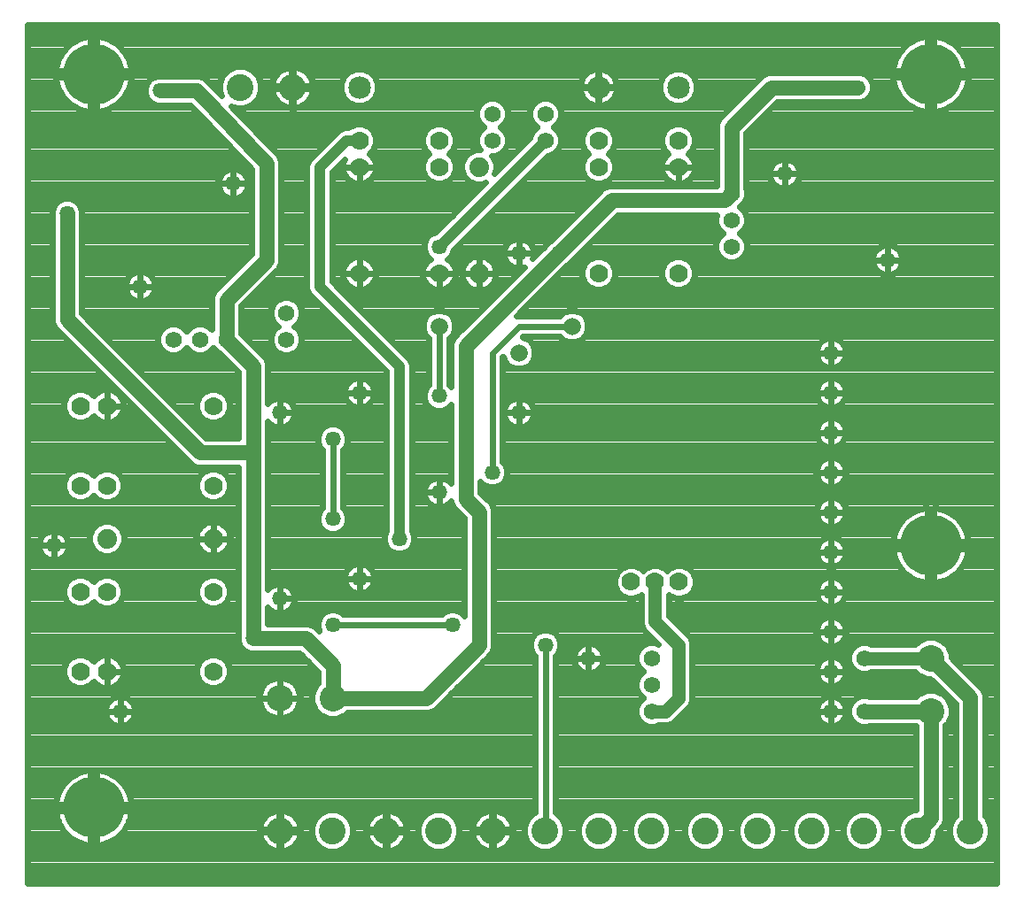
<source format=gbr>
G75*
%MOIN*%
%OFA0B0*%
%FSLAX25Y25*%
%IPPOS*%
%LPD*%
%AMOC8*
5,1,8,0,0,1.08239X$1,22.5*
%
%ADD10C,0.08500*%
%ADD11C,0.10000*%
%ADD12C,0.06200*%
%ADD13C,0.07400*%
%ADD14C,0.07000*%
%ADD15C,0.06543*%
%ADD16C,0.10079*%
%ADD17C,0.23000*%
%ADD18C,0.05756*%
%ADD19C,0.02400*%
%ADD20C,0.04000*%
%ADD21C,0.05000*%
%ADD22C,0.05600*%
D10*
X0132200Y0358333D03*
X0222200Y0358333D03*
X0252200Y0358333D03*
D11*
X0347200Y0143333D03*
X0347200Y0123333D03*
X0122200Y0128333D03*
X0102200Y0128333D03*
D12*
X0104700Y0263333D03*
X0104700Y0273333D03*
X0082200Y0263333D03*
X0072200Y0263333D03*
X0062200Y0263333D03*
X0182200Y0338333D03*
X0182200Y0348333D03*
X0202200Y0348333D03*
X0202200Y0338333D03*
X0272200Y0318333D03*
X0272200Y0308333D03*
X0272200Y0298333D03*
X0242200Y0143333D03*
X0242200Y0133333D03*
X0242200Y0123333D03*
X0322200Y0123333D03*
X0322200Y0143333D03*
D13*
X0177200Y0288333D03*
X0177200Y0328333D03*
X0077200Y0188333D03*
X0037200Y0188333D03*
D14*
X0037200Y0168333D03*
X0027200Y0168333D03*
X0027200Y0138333D03*
X0037200Y0138333D03*
X0077200Y0138333D03*
X0077200Y0168333D03*
X0077200Y0208333D03*
X0077200Y0238333D03*
X0037200Y0238333D03*
X0027200Y0238333D03*
X0027200Y0208333D03*
X0037200Y0208333D03*
X0132200Y0288333D03*
X0162200Y0288333D03*
X0162200Y0328333D03*
X0162200Y0338333D03*
X0132200Y0338333D03*
X0132200Y0328333D03*
X0222200Y0328333D03*
X0222200Y0338333D03*
X0252200Y0338333D03*
X0252200Y0328333D03*
X0252200Y0288333D03*
X0222200Y0288333D03*
X0234450Y0172083D03*
X0243450Y0172083D03*
X0252450Y0172083D03*
D15*
X0192200Y0258333D03*
X0212200Y0268333D03*
X0162200Y0268333D03*
D16*
X0107043Y0358333D03*
X0087357Y0358333D03*
X0102357Y0078333D03*
X0122043Y0078333D03*
X0142357Y0078333D03*
X0162043Y0078333D03*
X0182357Y0078333D03*
X0202043Y0078333D03*
X0222357Y0078333D03*
X0242043Y0078333D03*
X0262357Y0078333D03*
X0282043Y0078333D03*
X0302357Y0078333D03*
X0322043Y0078333D03*
X0342357Y0078333D03*
X0362043Y0078333D03*
D17*
X0347200Y0185833D03*
X0347200Y0363333D03*
X0032200Y0363333D03*
X0032200Y0087083D03*
D18*
X0042200Y0123333D03*
X0092200Y0150833D03*
X0102200Y0165833D03*
X0122200Y0155833D03*
X0132200Y0173333D03*
X0147200Y0188333D03*
X0162200Y0205833D03*
X0177200Y0198333D03*
X0182200Y0213333D03*
X0192200Y0235833D03*
X0162200Y0242083D03*
X0132200Y0243333D03*
X0122200Y0225833D03*
X0102200Y0235833D03*
X0092200Y0220833D03*
X0122200Y0195833D03*
X0167200Y0155833D03*
X0202200Y0148333D03*
X0218450Y0143333D03*
X0309700Y0138333D03*
X0309700Y0153333D03*
X0309700Y0168333D03*
X0309700Y0183333D03*
X0309700Y0198333D03*
X0309700Y0213333D03*
X0309700Y0228333D03*
X0309700Y0243333D03*
X0309700Y0258333D03*
X0330950Y0293333D03*
X0292200Y0325833D03*
X0319700Y0358333D03*
X0207200Y0295833D03*
X0192200Y0295833D03*
X0162200Y0298333D03*
X0084700Y0322083D03*
X0057200Y0357083D03*
X0022200Y0310833D03*
X0049700Y0283333D03*
X0017200Y0185833D03*
X0309700Y0123333D03*
D19*
X0007400Y0058533D02*
X0007400Y0381834D01*
X0371921Y0381834D01*
X0371921Y0058533D01*
X0007400Y0058533D01*
X0007400Y0060529D02*
X0371921Y0060529D01*
X0371921Y0062927D02*
X0007400Y0062927D01*
X0007400Y0065326D02*
X0371921Y0065326D01*
X0371921Y0067724D02*
X0007400Y0067724D01*
X0007400Y0070123D02*
X0371921Y0070123D01*
X0371921Y0072521D02*
X0367176Y0072521D01*
X0366427Y0071772D02*
X0368604Y0073949D01*
X0369782Y0076794D01*
X0369782Y0079873D01*
X0368604Y0082717D01*
X0367543Y0083778D01*
X0367543Y0129585D01*
X0366705Y0131606D01*
X0354900Y0143411D01*
X0354900Y0144865D01*
X0353728Y0147695D01*
X0351562Y0149861D01*
X0348732Y0151033D01*
X0345668Y0151033D01*
X0342838Y0149861D01*
X0341511Y0148533D01*
X0324802Y0148533D01*
X0323354Y0149133D01*
X0321046Y0149133D01*
X0318915Y0148250D01*
X0317283Y0146619D01*
X0316400Y0144487D01*
X0316400Y0142180D01*
X0317283Y0140048D01*
X0318915Y0138416D01*
X0321046Y0137533D01*
X0323354Y0137533D01*
X0324802Y0138133D01*
X0341511Y0138133D01*
X0342838Y0136806D01*
X0345668Y0135633D01*
X0347122Y0135633D01*
X0356543Y0126213D01*
X0356543Y0083778D01*
X0355481Y0082717D01*
X0354303Y0079873D01*
X0354303Y0076794D01*
X0355481Y0073949D01*
X0357659Y0071772D01*
X0360503Y0070594D01*
X0363582Y0070594D01*
X0366427Y0071772D01*
X0369006Y0074920D02*
X0371921Y0074920D01*
X0371921Y0077318D02*
X0369782Y0077318D01*
X0369782Y0079717D02*
X0371921Y0079717D01*
X0371921Y0082115D02*
X0368853Y0082115D01*
X0367543Y0084514D02*
X0371921Y0084514D01*
X0371921Y0086912D02*
X0367543Y0086912D01*
X0367543Y0089311D02*
X0371921Y0089311D01*
X0371921Y0091710D02*
X0367543Y0091710D01*
X0367543Y0094108D02*
X0371921Y0094108D01*
X0371921Y0096507D02*
X0367543Y0096507D01*
X0367543Y0098905D02*
X0371921Y0098905D01*
X0371921Y0101304D02*
X0367543Y0101304D01*
X0367543Y0103702D02*
X0371921Y0103702D01*
X0371921Y0106101D02*
X0367543Y0106101D01*
X0367543Y0108499D02*
X0371921Y0108499D01*
X0371921Y0110898D02*
X0367543Y0110898D01*
X0367543Y0113296D02*
X0371921Y0113296D01*
X0371921Y0115695D02*
X0367543Y0115695D01*
X0367543Y0118093D02*
X0371921Y0118093D01*
X0371921Y0120492D02*
X0367543Y0120492D01*
X0367543Y0122890D02*
X0371921Y0122890D01*
X0371921Y0125289D02*
X0367543Y0125289D01*
X0367543Y0127687D02*
X0371921Y0127687D01*
X0371921Y0130086D02*
X0367335Y0130086D01*
X0365827Y0132484D02*
X0371921Y0132484D01*
X0371921Y0134883D02*
X0363429Y0134883D01*
X0361030Y0137281D02*
X0371921Y0137281D01*
X0371921Y0139680D02*
X0358632Y0139680D01*
X0356233Y0142078D02*
X0371921Y0142078D01*
X0371921Y0144477D02*
X0354900Y0144477D01*
X0354067Y0146875D02*
X0371921Y0146875D01*
X0371921Y0149274D02*
X0352149Y0149274D01*
X0342251Y0149274D02*
X0313529Y0149274D01*
X0313334Y0149079D02*
X0313955Y0149700D01*
X0314471Y0150410D01*
X0314869Y0151192D01*
X0315141Y0152027D01*
X0315278Y0152894D01*
X0315278Y0153333D01*
X0309700Y0153333D01*
X0309700Y0147755D01*
X0310139Y0147755D01*
X0311006Y0147893D01*
X0311841Y0148164D01*
X0312623Y0148563D01*
X0313334Y0149079D01*
X0315025Y0151672D02*
X0371921Y0151672D01*
X0371921Y0154071D02*
X0315231Y0154071D01*
X0315278Y0153772D02*
X0315141Y0154640D01*
X0314869Y0155475D01*
X0314471Y0156257D01*
X0313955Y0156967D01*
X0313334Y0157588D01*
X0312623Y0158104D01*
X0311841Y0158503D01*
X0311006Y0158774D01*
X0310139Y0158911D01*
X0309700Y0158911D01*
X0309261Y0158911D01*
X0308394Y0158774D01*
X0307559Y0158503D01*
X0306777Y0158104D01*
X0306066Y0157588D01*
X0305445Y0156967D01*
X0304929Y0156257D01*
X0304531Y0155475D01*
X0304259Y0154640D01*
X0304122Y0153772D01*
X0304122Y0153333D01*
X0304122Y0152894D01*
X0304259Y0152027D01*
X0304531Y0151192D01*
X0304929Y0150410D01*
X0305445Y0149700D01*
X0306066Y0149079D01*
X0306777Y0148563D01*
X0307559Y0148164D01*
X0308394Y0147893D01*
X0309261Y0147755D01*
X0309700Y0147755D01*
X0309700Y0153333D01*
X0309700Y0153333D01*
X0309700Y0153333D01*
X0304122Y0153333D01*
X0309700Y0153333D01*
X0309700Y0153333D01*
X0315278Y0153333D01*
X0315278Y0153772D01*
X0314316Y0156469D02*
X0371921Y0156469D01*
X0371921Y0158868D02*
X0310413Y0158868D01*
X0309700Y0158868D02*
X0309700Y0158868D01*
X0309700Y0158911D02*
X0309700Y0153333D01*
X0309700Y0153333D01*
X0309700Y0158911D01*
X0308987Y0158868D02*
X0249019Y0158868D01*
X0248650Y0159237D02*
X0255146Y0152742D01*
X0255146Y0152742D01*
X0256608Y0151279D01*
X0257400Y0149368D01*
X0257400Y0127299D01*
X0256608Y0125388D01*
X0251608Y0120388D01*
X0250146Y0118925D01*
X0248234Y0118133D01*
X0244802Y0118133D01*
X0243354Y0117533D01*
X0241046Y0117533D01*
X0238915Y0118416D01*
X0237283Y0120048D01*
X0236400Y0122180D01*
X0236400Y0124487D01*
X0237283Y0126619D01*
X0238915Y0128250D01*
X0239115Y0128333D01*
X0238915Y0128416D01*
X0237283Y0130048D01*
X0236400Y0132180D01*
X0236400Y0134487D01*
X0237283Y0136619D01*
X0238915Y0138250D01*
X0239115Y0138333D01*
X0238915Y0138416D01*
X0237283Y0140048D01*
X0236400Y0142180D01*
X0236400Y0144487D01*
X0237283Y0146619D01*
X0238915Y0148250D01*
X0241046Y0149133D01*
X0243354Y0149133D01*
X0244536Y0148644D01*
X0239042Y0154138D01*
X0238250Y0156049D01*
X0238250Y0167115D01*
X0237962Y0166827D01*
X0235683Y0165883D01*
X0233217Y0165883D01*
X0230938Y0166827D01*
X0229194Y0168571D01*
X0228250Y0170850D01*
X0228250Y0173317D01*
X0229194Y0175595D01*
X0230938Y0177339D01*
X0233217Y0178283D01*
X0235683Y0178283D01*
X0237962Y0177339D01*
X0238950Y0176351D01*
X0239938Y0177339D01*
X0242217Y0178283D01*
X0244683Y0178283D01*
X0246962Y0177339D01*
X0247950Y0176351D01*
X0248938Y0177339D01*
X0251217Y0178283D01*
X0253683Y0178283D01*
X0255962Y0177339D01*
X0257706Y0175595D01*
X0258650Y0173317D01*
X0258650Y0170850D01*
X0257706Y0168571D01*
X0255962Y0166827D01*
X0253683Y0165883D01*
X0251217Y0165883D01*
X0248938Y0166827D01*
X0248650Y0167115D01*
X0248650Y0159237D01*
X0248650Y0161266D02*
X0371921Y0161266D01*
X0371921Y0163665D02*
X0312764Y0163665D01*
X0312623Y0163563D02*
X0313334Y0164079D01*
X0313955Y0164700D01*
X0314471Y0165410D01*
X0314869Y0166192D01*
X0315141Y0167027D01*
X0315278Y0167894D01*
X0315278Y0168333D01*
X0309700Y0168333D01*
X0309700Y0162755D01*
X0310139Y0162755D01*
X0311006Y0162893D01*
X0311841Y0163164D01*
X0312623Y0163563D01*
X0309700Y0163665D02*
X0309700Y0163665D01*
X0309700Y0162755D02*
X0309700Y0168333D01*
X0309700Y0168333D01*
X0309700Y0168333D01*
X0304122Y0168333D01*
X0304122Y0167894D01*
X0304259Y0167027D01*
X0304531Y0166192D01*
X0304929Y0165410D01*
X0305445Y0164700D01*
X0306066Y0164079D01*
X0306777Y0163563D01*
X0307559Y0163164D01*
X0308394Y0162893D01*
X0309261Y0162755D01*
X0309700Y0162755D01*
X0306636Y0163665D02*
X0248650Y0163665D01*
X0248650Y0166063D02*
X0250782Y0166063D01*
X0254118Y0166063D02*
X0304596Y0166063D01*
X0304122Y0168333D02*
X0309700Y0168333D01*
X0309700Y0168333D01*
X0315278Y0168333D01*
X0315278Y0168772D01*
X0315141Y0169640D01*
X0314869Y0170475D01*
X0314471Y0171257D01*
X0313955Y0171967D01*
X0313334Y0172588D01*
X0312623Y0173104D01*
X0311841Y0173503D01*
X0311006Y0173774D01*
X0310139Y0173911D01*
X0309700Y0173911D01*
X0309261Y0173911D01*
X0308394Y0173774D01*
X0307559Y0173503D01*
X0306777Y0173104D01*
X0306066Y0172588D01*
X0305445Y0171967D01*
X0304929Y0171257D01*
X0304531Y0170475D01*
X0304259Y0169640D01*
X0304122Y0168772D01*
X0304122Y0168333D01*
X0304122Y0168462D02*
X0257597Y0168462D01*
X0258650Y0170860D02*
X0304727Y0170860D01*
X0307080Y0173259D02*
X0258650Y0173259D01*
X0257644Y0175657D02*
X0337294Y0175657D01*
X0337652Y0175299D02*
X0338731Y0174414D01*
X0339891Y0173639D01*
X0341121Y0172981D01*
X0342410Y0172447D01*
X0343746Y0172042D01*
X0345114Y0171770D01*
X0346000Y0171683D01*
X0346000Y0184633D01*
X0348400Y0184633D01*
X0348400Y0171683D01*
X0349286Y0171770D01*
X0350654Y0172042D01*
X0351990Y0172447D01*
X0353279Y0172981D01*
X0354509Y0173639D01*
X0355669Y0174414D01*
X0356748Y0175299D01*
X0357734Y0176286D01*
X0358619Y0177364D01*
X0359394Y0178524D01*
X0360052Y0179755D01*
X0360586Y0181044D01*
X0360991Y0182379D01*
X0361263Y0183747D01*
X0361351Y0184633D01*
X0348400Y0184633D01*
X0348400Y0187033D01*
X0361351Y0187033D01*
X0361263Y0187919D01*
X0360991Y0189288D01*
X0360586Y0190623D01*
X0360052Y0191912D01*
X0359394Y0193142D01*
X0358619Y0194302D01*
X0357734Y0195381D01*
X0356748Y0196368D01*
X0355669Y0197253D01*
X0354509Y0198028D01*
X0353279Y0198685D01*
X0351990Y0199219D01*
X0350654Y0199624D01*
X0349286Y0199897D01*
X0348400Y0199984D01*
X0348400Y0187033D01*
X0346000Y0187033D01*
X0346000Y0184633D01*
X0333049Y0184633D01*
X0333137Y0183747D01*
X0333409Y0182379D01*
X0333814Y0181044D01*
X0334348Y0179755D01*
X0335006Y0178524D01*
X0335781Y0177364D01*
X0336666Y0176286D01*
X0337652Y0175299D01*
X0340602Y0173259D02*
X0312320Y0173259D01*
X0309700Y0173259D02*
X0309700Y0173259D01*
X0309700Y0173911D02*
X0309700Y0168333D01*
X0309700Y0168333D01*
X0309700Y0173911D01*
X0309700Y0170860D02*
X0309700Y0170860D01*
X0309700Y0168462D02*
X0309700Y0168462D01*
X0309700Y0166063D02*
X0309700Y0166063D01*
X0314804Y0166063D02*
X0371921Y0166063D01*
X0371921Y0168462D02*
X0315278Y0168462D01*
X0314673Y0170860D02*
X0371921Y0170860D01*
X0371921Y0173259D02*
X0353798Y0173259D01*
X0357106Y0175657D02*
X0371921Y0175657D01*
X0371921Y0178056D02*
X0359081Y0178056D01*
X0360342Y0180454D02*
X0371921Y0180454D01*
X0371921Y0182853D02*
X0361085Y0182853D01*
X0361290Y0187650D02*
X0371921Y0187650D01*
X0371921Y0190048D02*
X0360760Y0190048D01*
X0359766Y0192447D02*
X0371921Y0192447D01*
X0371921Y0194845D02*
X0358174Y0194845D01*
X0355680Y0197244D02*
X0371921Y0197244D01*
X0371921Y0199643D02*
X0350563Y0199643D01*
X0348400Y0199643D02*
X0346000Y0199643D01*
X0346000Y0199984D02*
X0345114Y0199897D01*
X0343746Y0199624D01*
X0342410Y0199219D01*
X0341121Y0198685D01*
X0339891Y0198028D01*
X0338731Y0197253D01*
X0337652Y0196368D01*
X0336666Y0195381D01*
X0335781Y0194302D01*
X0335006Y0193142D01*
X0334348Y0191912D01*
X0333814Y0190623D01*
X0333409Y0189288D01*
X0333137Y0187919D01*
X0333049Y0187033D01*
X0346000Y0187033D01*
X0346000Y0199984D01*
X0343837Y0199643D02*
X0315140Y0199643D01*
X0315141Y0199640D02*
X0314869Y0200475D01*
X0314471Y0201257D01*
X0313955Y0201967D01*
X0313334Y0202588D01*
X0312623Y0203104D01*
X0311841Y0203503D01*
X0311006Y0203774D01*
X0310139Y0203911D01*
X0309700Y0203911D01*
X0309261Y0203911D01*
X0308394Y0203774D01*
X0307559Y0203503D01*
X0306777Y0203104D01*
X0306066Y0202588D01*
X0305445Y0201967D01*
X0304929Y0201257D01*
X0304531Y0200475D01*
X0304259Y0199640D01*
X0304122Y0198772D01*
X0304122Y0198333D01*
X0304122Y0197894D01*
X0304259Y0197027D01*
X0304531Y0196192D01*
X0304929Y0195410D01*
X0305445Y0194700D01*
X0306066Y0194079D01*
X0306777Y0193563D01*
X0307559Y0193164D01*
X0308394Y0192893D01*
X0309261Y0192755D01*
X0309700Y0192755D01*
X0310139Y0192755D01*
X0311006Y0192893D01*
X0311841Y0193164D01*
X0312623Y0193563D01*
X0313334Y0194079D01*
X0313955Y0194700D01*
X0314471Y0195410D01*
X0314869Y0196192D01*
X0315141Y0197027D01*
X0315278Y0197894D01*
X0315278Y0198333D01*
X0309700Y0198333D01*
X0309700Y0192755D01*
X0309700Y0198333D01*
X0309700Y0198333D01*
X0309700Y0198333D01*
X0304122Y0198333D01*
X0309700Y0198333D01*
X0309700Y0198333D01*
X0315278Y0198333D01*
X0315278Y0198772D01*
X0315141Y0199640D01*
X0315175Y0197244D02*
X0338720Y0197244D01*
X0336226Y0194845D02*
X0314061Y0194845D01*
X0309700Y0194845D02*
X0309700Y0194845D01*
X0309700Y0197244D02*
X0309700Y0197244D01*
X0309700Y0198333D02*
X0309700Y0203911D01*
X0309700Y0198333D01*
X0309700Y0198333D01*
X0309700Y0199643D02*
X0309700Y0199643D01*
X0309700Y0202041D02*
X0309700Y0202041D01*
X0313881Y0202041D02*
X0371921Y0202041D01*
X0371921Y0204440D02*
X0178872Y0204440D01*
X0177700Y0205611D02*
X0180171Y0203140D01*
X0180360Y0203062D01*
X0181929Y0201493D01*
X0182778Y0199443D01*
X0182778Y0197224D01*
X0182700Y0197036D01*
X0182700Y0147239D01*
X0181863Y0145218D01*
X0180315Y0143671D01*
X0160315Y0123671D01*
X0158294Y0122833D01*
X0127589Y0122833D01*
X0126562Y0121806D01*
X0123732Y0120633D01*
X0120668Y0120633D01*
X0117838Y0121806D01*
X0115672Y0123972D01*
X0114500Y0126802D01*
X0114500Y0129865D01*
X0115672Y0132695D01*
X0116700Y0133723D01*
X0116700Y0138319D01*
X0109686Y0145333D01*
X0093498Y0145333D01*
X0093310Y0145255D01*
X0091090Y0145255D01*
X0089040Y0146105D01*
X0087471Y0147674D01*
X0086622Y0149724D01*
X0086622Y0151943D01*
X0086700Y0152131D01*
X0086700Y0215333D01*
X0071106Y0215333D01*
X0069084Y0216171D01*
X0067537Y0217718D01*
X0017537Y0267718D01*
X0016700Y0269739D01*
X0016700Y0309536D01*
X0016622Y0309724D01*
X0016622Y0311943D01*
X0017471Y0313993D01*
X0019040Y0315562D01*
X0021090Y0316411D01*
X0023310Y0316411D01*
X0025360Y0315562D01*
X0026929Y0313993D01*
X0027778Y0311943D01*
X0027778Y0309724D01*
X0027700Y0309536D01*
X0027700Y0273111D01*
X0074478Y0226333D01*
X0086700Y0226333D01*
X0086700Y0251055D01*
X0079639Y0258116D01*
X0078915Y0258416D01*
X0077283Y0260048D01*
X0077200Y0260248D01*
X0077117Y0260048D01*
X0075485Y0258416D01*
X0073354Y0257533D01*
X0071046Y0257533D01*
X0068915Y0258416D01*
X0067283Y0260048D01*
X0067200Y0260248D01*
X0067117Y0260048D01*
X0065485Y0258416D01*
X0063354Y0257533D01*
X0061046Y0257533D01*
X0058915Y0258416D01*
X0057283Y0260048D01*
X0056400Y0262180D01*
X0056400Y0264487D01*
X0057283Y0266619D01*
X0058915Y0268250D01*
X0061046Y0269133D01*
X0063354Y0269133D01*
X0065485Y0268250D01*
X0067117Y0266619D01*
X0067200Y0266418D01*
X0067283Y0266619D01*
X0068915Y0268250D01*
X0071046Y0269133D01*
X0073354Y0269133D01*
X0075485Y0268250D01*
X0076700Y0267036D01*
X0076700Y0279427D01*
X0077537Y0281449D01*
X0091700Y0295611D01*
X0091700Y0327380D01*
X0068597Y0351583D01*
X0058498Y0351583D01*
X0058310Y0351505D01*
X0056090Y0351505D01*
X0054040Y0352355D01*
X0052471Y0353924D01*
X0051622Y0355974D01*
X0051622Y0358193D01*
X0052471Y0360243D01*
X0054040Y0361812D01*
X0056090Y0362661D01*
X0058310Y0362661D01*
X0058498Y0362583D01*
X0069922Y0362583D01*
X0069984Y0362607D01*
X0071014Y0362583D01*
X0072044Y0362583D01*
X0072105Y0362558D01*
X0072172Y0362556D01*
X0073114Y0362140D01*
X0074065Y0361746D01*
X0074112Y0361699D01*
X0074173Y0361672D01*
X0074885Y0360927D01*
X0075613Y0360199D01*
X0075638Y0360138D01*
X0080222Y0355335D01*
X0079618Y0356794D01*
X0079618Y0359873D01*
X0080796Y0362717D01*
X0082973Y0364894D01*
X0085818Y0366073D01*
X0088897Y0366073D01*
X0091741Y0364894D01*
X0093919Y0362717D01*
X0095097Y0359873D01*
X0095097Y0356794D01*
X0093919Y0353949D01*
X0091741Y0351772D01*
X0088897Y0350594D01*
X0085818Y0350594D01*
X0084048Y0351327D01*
X0101134Y0333427D01*
X0101863Y0332699D01*
X0101888Y0332638D01*
X0101934Y0332590D01*
X0102306Y0331629D01*
X0102700Y0330677D01*
X0102700Y0330611D01*
X0102724Y0330549D01*
X0102700Y0329519D01*
X0102700Y0292239D01*
X0101863Y0290218D01*
X0087700Y0276055D01*
X0087700Y0265611D01*
X0096863Y0256449D01*
X0097700Y0254427D01*
X0097700Y0239129D01*
X0097945Y0239467D01*
X0098566Y0240088D01*
X0099277Y0240604D01*
X0100059Y0241003D01*
X0100894Y0241274D01*
X0101761Y0241411D01*
X0102200Y0241411D01*
X0102200Y0235833D01*
X0102200Y0230255D01*
X0102639Y0230255D01*
X0103506Y0230393D01*
X0104341Y0230664D01*
X0105123Y0231063D01*
X0105834Y0231579D01*
X0106455Y0232200D01*
X0106971Y0232910D01*
X0107369Y0233692D01*
X0107641Y0234527D01*
X0107778Y0235394D01*
X0107778Y0235833D01*
X0102200Y0235833D01*
X0102200Y0235833D01*
X0102200Y0230255D01*
X0101761Y0230255D01*
X0100894Y0230393D01*
X0100059Y0230664D01*
X0099277Y0231063D01*
X0098566Y0231579D01*
X0097945Y0232200D01*
X0097700Y0232537D01*
X0097700Y0222131D01*
X0097778Y0221943D01*
X0097778Y0219724D01*
X0097700Y0219536D01*
X0097700Y0169129D01*
X0097945Y0169467D01*
X0098566Y0170088D01*
X0099277Y0170604D01*
X0100059Y0171003D01*
X0100894Y0171274D01*
X0101761Y0171411D01*
X0102200Y0171411D01*
X0102200Y0165833D01*
X0102200Y0160255D01*
X0102639Y0160255D01*
X0103506Y0160393D01*
X0104341Y0160664D01*
X0105123Y0161063D01*
X0105834Y0161579D01*
X0106455Y0162200D01*
X0106971Y0162910D01*
X0107369Y0163692D01*
X0107641Y0164527D01*
X0107778Y0165394D01*
X0107778Y0165833D01*
X0102200Y0165833D01*
X0102200Y0165833D01*
X0102200Y0160255D01*
X0101761Y0160255D01*
X0100894Y0160393D01*
X0100059Y0160664D01*
X0099277Y0161063D01*
X0098566Y0161579D01*
X0097945Y0162200D01*
X0097700Y0162537D01*
X0097700Y0156333D01*
X0113058Y0156333D01*
X0115079Y0155496D01*
X0116626Y0153949D01*
X0117167Y0153408D01*
X0116622Y0154724D01*
X0116622Y0156943D01*
X0117471Y0158993D01*
X0119040Y0160562D01*
X0121090Y0161411D01*
X0123310Y0161411D01*
X0125360Y0160562D01*
X0126188Y0159733D01*
X0163212Y0159733D01*
X0164040Y0160562D01*
X0166090Y0161411D01*
X0168310Y0161411D01*
X0170360Y0160562D01*
X0171700Y0159222D01*
X0171700Y0196055D01*
X0167537Y0200218D01*
X0166700Y0202239D01*
X0166700Y0202537D01*
X0166455Y0202200D01*
X0165834Y0201579D01*
X0165123Y0201063D01*
X0164341Y0200664D01*
X0163506Y0200393D01*
X0162639Y0200255D01*
X0162200Y0200255D01*
X0162200Y0205833D01*
X0162200Y0205833D01*
X0162200Y0200255D01*
X0161761Y0200255D01*
X0160894Y0200393D01*
X0160059Y0200664D01*
X0159277Y0201063D01*
X0158566Y0201579D01*
X0157945Y0202200D01*
X0157429Y0202910D01*
X0157031Y0203692D01*
X0156759Y0204527D01*
X0156622Y0205394D01*
X0156622Y0205833D01*
X0162200Y0205833D01*
X0162200Y0205833D01*
X0156622Y0205833D01*
X0156622Y0206272D01*
X0156759Y0207140D01*
X0157031Y0207975D01*
X0157429Y0208757D01*
X0157945Y0209467D01*
X0158566Y0210088D01*
X0159277Y0210604D01*
X0160059Y0211003D01*
X0160894Y0211274D01*
X0161761Y0211411D01*
X0162200Y0211411D01*
X0162200Y0205833D01*
X0162200Y0205833D01*
X0162200Y0211411D01*
X0162639Y0211411D01*
X0163506Y0211274D01*
X0164341Y0211003D01*
X0165123Y0210604D01*
X0165834Y0210088D01*
X0166455Y0209467D01*
X0166700Y0209129D01*
X0166700Y0238695D01*
X0165360Y0237355D01*
X0163310Y0236505D01*
X0161090Y0236505D01*
X0159040Y0237355D01*
X0157471Y0238924D01*
X0156622Y0240974D01*
X0156622Y0243193D01*
X0157471Y0245243D01*
X0158300Y0246072D01*
X0158300Y0263788D01*
X0157137Y0264951D01*
X0156228Y0267145D01*
X0156228Y0269521D01*
X0157137Y0271716D01*
X0158817Y0273396D01*
X0161012Y0274305D01*
X0163388Y0274305D01*
X0165583Y0273396D01*
X0167263Y0271716D01*
X0168172Y0269521D01*
X0168172Y0267145D01*
X0167263Y0264951D01*
X0166100Y0263788D01*
X0166100Y0246072D01*
X0166700Y0245472D01*
X0166700Y0261927D01*
X0167537Y0263949D01*
X0169084Y0265496D01*
X0194210Y0290621D01*
X0193506Y0290393D01*
X0192639Y0290255D01*
X0192200Y0290255D01*
X0192200Y0295833D01*
X0192200Y0295833D01*
X0192200Y0290255D01*
X0191761Y0290255D01*
X0190894Y0290393D01*
X0190059Y0290664D01*
X0189277Y0291063D01*
X0188566Y0291579D01*
X0187945Y0292200D01*
X0187429Y0292910D01*
X0187031Y0293692D01*
X0186759Y0294527D01*
X0186622Y0295394D01*
X0186622Y0295833D01*
X0192200Y0295833D01*
X0192200Y0295833D01*
X0192200Y0295833D01*
X0197778Y0295833D01*
X0197778Y0295394D01*
X0197641Y0294527D01*
X0197412Y0293823D01*
X0202393Y0298805D01*
X0202471Y0298993D01*
X0204040Y0300562D01*
X0204229Y0300640D01*
X0224084Y0320496D01*
X0226106Y0321333D01*
X0266700Y0321333D01*
X0266700Y0344427D01*
X0267537Y0346449D01*
X0282537Y0361449D01*
X0284084Y0362996D01*
X0286106Y0363833D01*
X0318402Y0363833D01*
X0318590Y0363911D01*
X0320810Y0363911D01*
X0322860Y0363062D01*
X0324429Y0361493D01*
X0325278Y0359443D01*
X0325278Y0357224D01*
X0324429Y0355174D01*
X0322860Y0353605D01*
X0320810Y0352755D01*
X0318590Y0352755D01*
X0318402Y0352833D01*
X0289478Y0352833D01*
X0277700Y0341055D01*
X0277700Y0320211D01*
X0278000Y0319487D01*
X0278000Y0317180D01*
X0277117Y0315048D01*
X0275485Y0313416D01*
X0275285Y0313333D01*
X0275485Y0313250D01*
X0277117Y0311619D01*
X0278000Y0309487D01*
X0278000Y0307180D01*
X0277117Y0305048D01*
X0275485Y0303416D01*
X0275285Y0303333D01*
X0275485Y0303250D01*
X0277117Y0301619D01*
X0278000Y0299487D01*
X0278000Y0297180D01*
X0277117Y0295048D01*
X0275485Y0293416D01*
X0273354Y0292533D01*
X0271046Y0292533D01*
X0268915Y0293416D01*
X0267283Y0295048D01*
X0266400Y0297180D01*
X0266400Y0299487D01*
X0267283Y0301619D01*
X0268915Y0303250D01*
X0269115Y0303333D01*
X0268915Y0303416D01*
X0267283Y0305048D01*
X0266400Y0307180D01*
X0266400Y0309487D01*
X0266751Y0310333D01*
X0229478Y0310333D01*
X0212007Y0292862D01*
X0211929Y0292674D01*
X0210360Y0291105D01*
X0210171Y0291027D01*
X0191346Y0272201D01*
X0191424Y0272233D01*
X0207655Y0272233D01*
X0208817Y0273396D01*
X0211012Y0274305D01*
X0213388Y0274305D01*
X0215583Y0273396D01*
X0217263Y0271716D01*
X0218172Y0269521D01*
X0218172Y0267145D01*
X0217263Y0264951D01*
X0215583Y0263271D01*
X0213388Y0262362D01*
X0211012Y0262362D01*
X0208817Y0263271D01*
X0207655Y0264433D01*
X0193815Y0264433D01*
X0193599Y0264217D01*
X0195583Y0263396D01*
X0197263Y0261716D01*
X0198172Y0259521D01*
X0198172Y0257145D01*
X0197263Y0254951D01*
X0195583Y0253271D01*
X0193388Y0252362D01*
X0191012Y0252362D01*
X0188817Y0253271D01*
X0187137Y0254951D01*
X0186316Y0256934D01*
X0186100Y0256718D01*
X0186100Y0217322D01*
X0186929Y0216493D01*
X0187778Y0214443D01*
X0187778Y0212224D01*
X0186929Y0210174D01*
X0185360Y0208605D01*
X0183310Y0207755D01*
X0181090Y0207755D01*
X0179040Y0208605D01*
X0177700Y0209945D01*
X0177700Y0205611D01*
X0177700Y0206838D02*
X0371921Y0206838D01*
X0371921Y0209237D02*
X0313492Y0209237D01*
X0313334Y0209079D02*
X0313955Y0209700D01*
X0314471Y0210410D01*
X0314869Y0211192D01*
X0315141Y0212027D01*
X0315278Y0212894D01*
X0315278Y0213333D01*
X0309700Y0213333D01*
X0309700Y0207755D01*
X0310139Y0207755D01*
X0311006Y0207893D01*
X0311841Y0208164D01*
X0312623Y0208563D01*
X0313334Y0209079D01*
X0315013Y0211635D02*
X0371921Y0211635D01*
X0371921Y0214034D02*
X0315237Y0214034D01*
X0315278Y0213772D02*
X0315141Y0214640D01*
X0314869Y0215475D01*
X0314471Y0216257D01*
X0313955Y0216967D01*
X0313334Y0217588D01*
X0312623Y0218104D01*
X0311841Y0218503D01*
X0311006Y0218774D01*
X0310139Y0218911D01*
X0309700Y0218911D01*
X0309261Y0218911D01*
X0308394Y0218774D01*
X0307559Y0218503D01*
X0306777Y0218104D01*
X0306066Y0217588D01*
X0305445Y0216967D01*
X0304929Y0216257D01*
X0304531Y0215475D01*
X0304259Y0214640D01*
X0304122Y0213772D01*
X0304122Y0213333D01*
X0304122Y0212894D01*
X0304259Y0212027D01*
X0304531Y0211192D01*
X0304929Y0210410D01*
X0305445Y0209700D01*
X0306066Y0209079D01*
X0306777Y0208563D01*
X0307559Y0208164D01*
X0308394Y0207893D01*
X0309261Y0207755D01*
X0309700Y0207755D01*
X0309700Y0213333D01*
X0309700Y0213333D01*
X0309700Y0213333D01*
X0304122Y0213333D01*
X0309700Y0213333D01*
X0309700Y0213333D01*
X0315278Y0213333D01*
X0315278Y0213772D01*
X0314343Y0216432D02*
X0371921Y0216432D01*
X0371921Y0218831D02*
X0310648Y0218831D01*
X0309700Y0218831D02*
X0309700Y0218831D01*
X0309700Y0218911D02*
X0309700Y0213333D01*
X0309700Y0213333D01*
X0309700Y0218911D01*
X0308752Y0218831D02*
X0186100Y0218831D01*
X0186100Y0221229D02*
X0371921Y0221229D01*
X0371921Y0223628D02*
X0312713Y0223628D01*
X0312623Y0223563D02*
X0313334Y0224079D01*
X0313955Y0224700D01*
X0314471Y0225410D01*
X0314869Y0226192D01*
X0315141Y0227027D01*
X0315278Y0227894D01*
X0315278Y0228333D01*
X0309700Y0228333D01*
X0309700Y0222755D01*
X0310139Y0222755D01*
X0311006Y0222893D01*
X0311841Y0223164D01*
X0312623Y0223563D01*
X0309700Y0223628D02*
X0309700Y0223628D01*
X0309700Y0222755D02*
X0309700Y0228333D01*
X0309700Y0228333D01*
X0309700Y0228333D01*
X0304122Y0228333D01*
X0304122Y0227894D01*
X0304259Y0227027D01*
X0304531Y0226192D01*
X0304929Y0225410D01*
X0305445Y0224700D01*
X0306066Y0224079D01*
X0306777Y0223563D01*
X0307559Y0223164D01*
X0308394Y0222893D01*
X0309261Y0222755D01*
X0309700Y0222755D01*
X0306687Y0223628D02*
X0186100Y0223628D01*
X0186100Y0226026D02*
X0304615Y0226026D01*
X0304122Y0228333D02*
X0309700Y0228333D01*
X0309700Y0228333D01*
X0315278Y0228333D01*
X0315278Y0228772D01*
X0315141Y0229640D01*
X0314869Y0230475D01*
X0314471Y0231257D01*
X0313955Y0231967D01*
X0313334Y0232588D01*
X0312623Y0233104D01*
X0311841Y0233503D01*
X0311006Y0233774D01*
X0310139Y0233911D01*
X0309700Y0233911D01*
X0309261Y0233911D01*
X0308394Y0233774D01*
X0307559Y0233503D01*
X0306777Y0233104D01*
X0306066Y0232588D01*
X0305445Y0231967D01*
X0304929Y0231257D01*
X0304531Y0230475D01*
X0304259Y0229640D01*
X0304122Y0228772D01*
X0304122Y0228333D01*
X0304122Y0228425D02*
X0186100Y0228425D01*
X0186100Y0230823D02*
X0189746Y0230823D01*
X0190059Y0230664D02*
X0190894Y0230393D01*
X0191761Y0230255D01*
X0192200Y0230255D01*
X0192639Y0230255D01*
X0193506Y0230393D01*
X0194341Y0230664D01*
X0195123Y0231063D01*
X0195834Y0231579D01*
X0196455Y0232200D01*
X0196971Y0232910D01*
X0197369Y0233692D01*
X0197641Y0234527D01*
X0197778Y0235394D01*
X0197778Y0235833D01*
X0192200Y0235833D01*
X0192200Y0230255D01*
X0192200Y0235833D01*
X0192200Y0235833D01*
X0192200Y0235833D01*
X0186622Y0235833D01*
X0186622Y0235394D01*
X0186759Y0234527D01*
X0187031Y0233692D01*
X0187429Y0232910D01*
X0187945Y0232200D01*
X0188566Y0231579D01*
X0189277Y0231063D01*
X0190059Y0230664D01*
X0192200Y0230823D02*
X0192200Y0230823D01*
X0192200Y0233222D02*
X0192200Y0233222D01*
X0192200Y0235620D02*
X0192200Y0235620D01*
X0192200Y0235833D02*
X0192200Y0235833D01*
X0197778Y0235833D01*
X0197778Y0236272D01*
X0197641Y0237140D01*
X0197369Y0237975D01*
X0196971Y0238757D01*
X0196455Y0239467D01*
X0195834Y0240088D01*
X0195123Y0240604D01*
X0194341Y0241003D01*
X0193506Y0241274D01*
X0192639Y0241411D01*
X0192200Y0241411D01*
X0191761Y0241411D01*
X0190894Y0241274D01*
X0190059Y0241003D01*
X0189277Y0240604D01*
X0188566Y0240088D01*
X0187945Y0239467D01*
X0187429Y0238757D01*
X0187031Y0237975D01*
X0186759Y0237140D01*
X0186622Y0236272D01*
X0186622Y0235833D01*
X0192200Y0235833D01*
X0192200Y0241411D01*
X0192200Y0235833D01*
X0192200Y0235833D01*
X0192200Y0238019D02*
X0192200Y0238019D01*
X0192200Y0240417D02*
X0192200Y0240417D01*
X0189019Y0240417D02*
X0186100Y0240417D01*
X0186100Y0238019D02*
X0187053Y0238019D01*
X0186622Y0235620D02*
X0186100Y0235620D01*
X0186100Y0233222D02*
X0187270Y0233222D01*
X0194653Y0230823D02*
X0304708Y0230823D01*
X0307007Y0233222D02*
X0197130Y0233222D01*
X0197778Y0235620D02*
X0371921Y0235620D01*
X0371921Y0233222D02*
X0312393Y0233222D01*
X0309700Y0233222D02*
X0309700Y0233222D01*
X0309700Y0233911D02*
X0309700Y0228333D01*
X0309700Y0228333D01*
X0309700Y0233911D01*
X0309700Y0230823D02*
X0309700Y0230823D01*
X0309700Y0228425D02*
X0309700Y0228425D01*
X0309700Y0226026D02*
X0309700Y0226026D01*
X0314785Y0226026D02*
X0371921Y0226026D01*
X0371921Y0228425D02*
X0315278Y0228425D01*
X0314692Y0230823D02*
X0371921Y0230823D01*
X0371921Y0238019D02*
X0311394Y0238019D01*
X0311006Y0237893D02*
X0311841Y0238164D01*
X0312623Y0238563D01*
X0313334Y0239079D01*
X0313955Y0239700D01*
X0314471Y0240410D01*
X0314869Y0241192D01*
X0315141Y0242027D01*
X0315278Y0242894D01*
X0315278Y0243333D01*
X0309700Y0243333D01*
X0309700Y0237755D01*
X0310139Y0237755D01*
X0311006Y0237893D01*
X0309700Y0238019D02*
X0309700Y0238019D01*
X0309700Y0237755D02*
X0309700Y0243333D01*
X0309700Y0243333D01*
X0309700Y0243333D01*
X0304122Y0243333D01*
X0304122Y0242894D01*
X0304259Y0242027D01*
X0304531Y0241192D01*
X0304929Y0240410D01*
X0305445Y0239700D01*
X0306066Y0239079D01*
X0306777Y0238563D01*
X0307559Y0238164D01*
X0308394Y0237893D01*
X0309261Y0237755D01*
X0309700Y0237755D01*
X0308006Y0238019D02*
X0197347Y0238019D01*
X0195381Y0240417D02*
X0304926Y0240417D01*
X0304134Y0242816D02*
X0186100Y0242816D01*
X0186100Y0245214D02*
X0304446Y0245214D01*
X0304531Y0245475D02*
X0304259Y0244640D01*
X0304122Y0243772D01*
X0304122Y0243333D01*
X0309700Y0243333D01*
X0309700Y0243333D01*
X0315278Y0243333D01*
X0315278Y0243772D01*
X0315141Y0244640D01*
X0314869Y0245475D01*
X0314471Y0246257D01*
X0313955Y0246967D01*
X0313334Y0247588D01*
X0312623Y0248104D01*
X0311841Y0248503D01*
X0311006Y0248774D01*
X0310139Y0248911D01*
X0309700Y0248911D01*
X0309261Y0248911D01*
X0308394Y0248774D01*
X0307559Y0248503D01*
X0306777Y0248104D01*
X0306066Y0247588D01*
X0305445Y0246967D01*
X0304929Y0246257D01*
X0304531Y0245475D01*
X0306100Y0247613D02*
X0186100Y0247613D01*
X0186100Y0250011D02*
X0371921Y0250011D01*
X0371921Y0247613D02*
X0313300Y0247613D01*
X0314954Y0245214D02*
X0371921Y0245214D01*
X0371921Y0242816D02*
X0315265Y0242816D01*
X0314474Y0240417D02*
X0371921Y0240417D01*
X0371921Y0252410D02*
X0193504Y0252410D01*
X0190896Y0252410D02*
X0186100Y0252410D01*
X0186100Y0254808D02*
X0187280Y0254808D01*
X0182200Y0258333D02*
X0192200Y0268333D01*
X0212200Y0268333D01*
X0210267Y0273996D02*
X0193141Y0273996D01*
X0195540Y0276395D02*
X0371921Y0276395D01*
X0371921Y0278793D02*
X0197938Y0278793D01*
X0200337Y0281192D02*
X0371921Y0281192D01*
X0371921Y0283590D02*
X0256225Y0283590D01*
X0255712Y0283077D02*
X0257456Y0284821D01*
X0258400Y0287100D01*
X0258400Y0289567D01*
X0257456Y0291845D01*
X0255712Y0293589D01*
X0253433Y0294533D01*
X0250967Y0294533D01*
X0248688Y0293589D01*
X0246944Y0291845D01*
X0246000Y0289567D01*
X0246000Y0287100D01*
X0246944Y0284821D01*
X0248688Y0283077D01*
X0250967Y0282133D01*
X0253433Y0282133D01*
X0255712Y0283077D01*
X0257940Y0285989D02*
X0371921Y0285989D01*
X0371921Y0288387D02*
X0333530Y0288387D01*
X0333873Y0288563D02*
X0334584Y0289079D01*
X0335205Y0289700D01*
X0335721Y0290410D01*
X0336119Y0291192D01*
X0336391Y0292027D01*
X0336528Y0292894D01*
X0336528Y0293333D01*
X0330950Y0293333D01*
X0330950Y0287755D01*
X0331389Y0287755D01*
X0332256Y0287893D01*
X0333091Y0288164D01*
X0333873Y0288563D01*
X0330950Y0288387D02*
X0330950Y0288387D01*
X0330950Y0287755D02*
X0330950Y0293333D01*
X0330950Y0293333D01*
X0330950Y0293333D01*
X0325372Y0293333D01*
X0325372Y0292894D01*
X0325509Y0292027D01*
X0325781Y0291192D01*
X0326179Y0290410D01*
X0326695Y0289700D01*
X0327316Y0289079D01*
X0328027Y0288563D01*
X0328809Y0288164D01*
X0329644Y0287893D01*
X0330511Y0287755D01*
X0330950Y0287755D01*
X0328370Y0288387D02*
X0258400Y0288387D01*
X0257895Y0290786D02*
X0325988Y0290786D01*
X0325372Y0293184D02*
X0274926Y0293184D01*
X0277339Y0295583D02*
X0325836Y0295583D01*
X0325781Y0295475D02*
X0325509Y0294640D01*
X0325372Y0293772D01*
X0325372Y0293333D01*
X0330950Y0293333D01*
X0330950Y0293333D01*
X0336528Y0293333D01*
X0336528Y0293772D01*
X0336391Y0294640D01*
X0336119Y0295475D01*
X0335721Y0296257D01*
X0335205Y0296967D01*
X0334584Y0297588D01*
X0333873Y0298104D01*
X0333091Y0298503D01*
X0332256Y0298774D01*
X0331389Y0298911D01*
X0330950Y0298911D01*
X0330511Y0298911D01*
X0329644Y0298774D01*
X0328809Y0298503D01*
X0328027Y0298104D01*
X0327316Y0297588D01*
X0326695Y0296967D01*
X0326179Y0296257D01*
X0325781Y0295475D01*
X0327858Y0297981D02*
X0278000Y0297981D01*
X0277630Y0300380D02*
X0371921Y0300380D01*
X0371921Y0302779D02*
X0275957Y0302779D01*
X0277170Y0305177D02*
X0371921Y0305177D01*
X0371921Y0307576D02*
X0278000Y0307576D01*
X0277798Y0309974D02*
X0371921Y0309974D01*
X0371921Y0312373D02*
X0276363Y0312373D01*
X0276840Y0314771D02*
X0371921Y0314771D01*
X0371921Y0317170D02*
X0277996Y0317170D01*
X0277966Y0319568D02*
X0371921Y0319568D01*
X0371921Y0321967D02*
X0296222Y0321967D01*
X0296455Y0322200D02*
X0296971Y0322910D01*
X0297369Y0323692D01*
X0297641Y0324527D01*
X0297778Y0325394D01*
X0297778Y0325833D01*
X0292200Y0325833D01*
X0292200Y0320255D01*
X0292639Y0320255D01*
X0293506Y0320393D01*
X0294341Y0320664D01*
X0295123Y0321063D01*
X0295834Y0321579D01*
X0296455Y0322200D01*
X0297588Y0324365D02*
X0371921Y0324365D01*
X0371921Y0326764D02*
X0297700Y0326764D01*
X0297641Y0327140D02*
X0297369Y0327975D01*
X0296971Y0328757D01*
X0296455Y0329467D01*
X0295834Y0330088D01*
X0295123Y0330604D01*
X0294341Y0331003D01*
X0293506Y0331274D01*
X0292639Y0331411D01*
X0292200Y0331411D01*
X0291761Y0331411D01*
X0290894Y0331274D01*
X0290059Y0331003D01*
X0289277Y0330604D01*
X0288566Y0330088D01*
X0287945Y0329467D01*
X0287429Y0328757D01*
X0287031Y0327975D01*
X0286759Y0327140D01*
X0286622Y0326272D01*
X0286622Y0325833D01*
X0286622Y0325394D01*
X0286759Y0324527D01*
X0287031Y0323692D01*
X0287429Y0322910D01*
X0287945Y0322200D01*
X0288566Y0321579D01*
X0289277Y0321063D01*
X0290059Y0320664D01*
X0290894Y0320393D01*
X0291761Y0320255D01*
X0292200Y0320255D01*
X0292200Y0325833D01*
X0292200Y0325833D01*
X0292200Y0325833D01*
X0286622Y0325833D01*
X0292200Y0325833D01*
X0292200Y0325833D01*
X0297778Y0325833D01*
X0297778Y0326272D01*
X0297641Y0327140D01*
X0296676Y0329162D02*
X0371921Y0329162D01*
X0371921Y0331561D02*
X0277700Y0331561D01*
X0277700Y0333959D02*
X0371921Y0333959D01*
X0371921Y0336358D02*
X0277700Y0336358D01*
X0277700Y0338756D02*
X0371921Y0338756D01*
X0371921Y0341155D02*
X0277800Y0341155D01*
X0280198Y0343553D02*
X0371921Y0343553D01*
X0371921Y0345952D02*
X0282597Y0345952D01*
X0284995Y0348350D02*
X0371921Y0348350D01*
X0371921Y0350749D02*
X0353779Y0350749D01*
X0353279Y0350481D02*
X0354509Y0351139D01*
X0355669Y0351914D01*
X0356748Y0352799D01*
X0357734Y0353786D01*
X0358619Y0354864D01*
X0359394Y0356024D01*
X0360052Y0357255D01*
X0360586Y0358544D01*
X0360991Y0359879D01*
X0361263Y0361247D01*
X0361351Y0362133D01*
X0348400Y0362133D01*
X0348400Y0349183D01*
X0349286Y0349270D01*
X0350654Y0349542D01*
X0351990Y0349947D01*
X0353279Y0350481D01*
X0357096Y0353147D02*
X0371921Y0353147D01*
X0371921Y0355546D02*
X0359075Y0355546D01*
X0360338Y0357944D02*
X0371921Y0357944D01*
X0371921Y0360343D02*
X0361083Y0360343D01*
X0361351Y0364533D02*
X0361263Y0365419D01*
X0360991Y0366788D01*
X0360586Y0368123D01*
X0360052Y0369412D01*
X0359394Y0370642D01*
X0358619Y0371802D01*
X0357734Y0372881D01*
X0356748Y0373868D01*
X0355669Y0374753D01*
X0354509Y0375528D01*
X0353279Y0376185D01*
X0351990Y0376719D01*
X0350654Y0377124D01*
X0349286Y0377397D01*
X0348400Y0377484D01*
X0348400Y0364533D01*
X0361351Y0364533D01*
X0361291Y0365140D02*
X0371921Y0365140D01*
X0371921Y0367538D02*
X0360763Y0367538D01*
X0359772Y0369937D02*
X0371921Y0369937D01*
X0371921Y0372335D02*
X0358182Y0372335D01*
X0355692Y0374734D02*
X0371921Y0374734D01*
X0371921Y0377132D02*
X0350614Y0377132D01*
X0348400Y0377132D02*
X0346000Y0377132D01*
X0346000Y0377484D02*
X0345114Y0377397D01*
X0343746Y0377124D01*
X0342410Y0376719D01*
X0341121Y0376185D01*
X0339891Y0375528D01*
X0338731Y0374753D01*
X0337652Y0373868D01*
X0336666Y0372881D01*
X0335781Y0371802D01*
X0335006Y0370642D01*
X0334348Y0369412D01*
X0333814Y0368123D01*
X0333409Y0366788D01*
X0333137Y0365419D01*
X0333049Y0364533D01*
X0346000Y0364533D01*
X0346000Y0362133D01*
X0348400Y0362133D01*
X0348400Y0364533D01*
X0346000Y0364533D01*
X0346000Y0377484D01*
X0343786Y0377132D02*
X0035614Y0377132D01*
X0035654Y0377124D02*
X0034286Y0377397D01*
X0033400Y0377484D01*
X0033400Y0364533D01*
X0046351Y0364533D01*
X0046263Y0365419D01*
X0045991Y0366788D01*
X0045586Y0368123D01*
X0045052Y0369412D01*
X0044394Y0370642D01*
X0043619Y0371802D01*
X0042734Y0372881D01*
X0041748Y0373868D01*
X0040669Y0374753D01*
X0039509Y0375528D01*
X0038279Y0376185D01*
X0036990Y0376719D01*
X0035654Y0377124D01*
X0033400Y0377132D02*
X0031000Y0377132D01*
X0031000Y0377484D02*
X0030114Y0377397D01*
X0028746Y0377124D01*
X0027410Y0376719D01*
X0026121Y0376185D01*
X0024891Y0375528D01*
X0023731Y0374753D01*
X0022652Y0373868D01*
X0021666Y0372881D01*
X0020781Y0371802D01*
X0020006Y0370642D01*
X0019348Y0369412D01*
X0018814Y0368123D01*
X0018409Y0366788D01*
X0018137Y0365419D01*
X0018049Y0364533D01*
X0031000Y0364533D01*
X0031000Y0362133D01*
X0033400Y0362133D01*
X0033400Y0349183D01*
X0034286Y0349270D01*
X0035654Y0349542D01*
X0036990Y0349947D01*
X0038279Y0350481D01*
X0039509Y0351139D01*
X0040669Y0351914D01*
X0041748Y0352799D01*
X0042734Y0353786D01*
X0043619Y0354864D01*
X0044394Y0356024D01*
X0045052Y0357255D01*
X0045586Y0358544D01*
X0045991Y0359879D01*
X0046263Y0361247D01*
X0046351Y0362133D01*
X0033400Y0362133D01*
X0033400Y0364533D01*
X0031000Y0364533D01*
X0031000Y0377484D01*
X0028786Y0377132D02*
X0007400Y0377132D01*
X0007400Y0374734D02*
X0023708Y0374734D01*
X0021218Y0372335D02*
X0007400Y0372335D01*
X0007400Y0369937D02*
X0019628Y0369937D01*
X0018637Y0367538D02*
X0007400Y0367538D01*
X0007400Y0365140D02*
X0018109Y0365140D01*
X0018049Y0362133D02*
X0018137Y0361247D01*
X0018409Y0359879D01*
X0018814Y0358544D01*
X0019348Y0357255D01*
X0020006Y0356024D01*
X0020781Y0354864D01*
X0021666Y0353786D01*
X0022652Y0352799D01*
X0023731Y0351914D01*
X0024891Y0351139D01*
X0026121Y0350481D01*
X0027410Y0349947D01*
X0028746Y0349542D01*
X0030114Y0349270D01*
X0031000Y0349183D01*
X0031000Y0362133D01*
X0018049Y0362133D01*
X0018317Y0360343D02*
X0007400Y0360343D01*
X0007400Y0362741D02*
X0031000Y0362741D01*
X0031000Y0360343D02*
X0033400Y0360343D01*
X0033400Y0362741D02*
X0080820Y0362741D01*
X0079813Y0360343D02*
X0075469Y0360343D01*
X0077732Y0357944D02*
X0079618Y0357944D01*
X0080021Y0355546D02*
X0080135Y0355546D01*
X0084600Y0350749D02*
X0085444Y0350749D01*
X0086890Y0348350D02*
X0176400Y0348350D01*
X0176400Y0349487D02*
X0176400Y0347180D01*
X0177283Y0345048D01*
X0178915Y0343416D01*
X0179115Y0343333D01*
X0178915Y0343250D01*
X0177283Y0341619D01*
X0176400Y0339487D01*
X0176400Y0337180D01*
X0177283Y0335048D01*
X0177598Y0334733D01*
X0175927Y0334733D01*
X0173575Y0333759D01*
X0171774Y0331959D01*
X0170800Y0329606D01*
X0170800Y0327060D01*
X0171774Y0324708D01*
X0173575Y0322908D01*
X0175927Y0321933D01*
X0178473Y0321933D01*
X0179634Y0322414D01*
X0161131Y0303911D01*
X0161090Y0303911D01*
X0159040Y0303062D01*
X0157471Y0301493D01*
X0156622Y0299443D01*
X0156622Y0297224D01*
X0157471Y0295174D01*
X0158989Y0293656D01*
X0158950Y0293636D01*
X0158161Y0293062D01*
X0157471Y0292372D01*
X0156897Y0291583D01*
X0156454Y0290713D01*
X0156153Y0289785D01*
X0156000Y0288821D01*
X0156000Y0288333D01*
X0156000Y0287845D01*
X0156153Y0286881D01*
X0156454Y0285953D01*
X0156897Y0285084D01*
X0157471Y0284294D01*
X0158161Y0283604D01*
X0158950Y0283031D01*
X0159820Y0282588D01*
X0160748Y0282286D01*
X0161712Y0282133D01*
X0162200Y0282133D01*
X0162200Y0288333D01*
X0162200Y0282133D01*
X0162688Y0282133D01*
X0163652Y0282286D01*
X0164580Y0282588D01*
X0165450Y0283031D01*
X0166239Y0283604D01*
X0166929Y0284294D01*
X0167503Y0285084D01*
X0167946Y0285953D01*
X0168247Y0286881D01*
X0168400Y0287845D01*
X0168400Y0288333D01*
X0162200Y0288333D01*
X0162200Y0288333D01*
X0162200Y0288333D01*
X0156000Y0288333D01*
X0162200Y0288333D01*
X0162200Y0288333D01*
X0168400Y0288333D01*
X0168400Y0288821D01*
X0168247Y0289785D01*
X0167946Y0290713D01*
X0167503Y0291583D01*
X0166929Y0292372D01*
X0166239Y0293062D01*
X0165450Y0293636D01*
X0165411Y0293656D01*
X0166929Y0295174D01*
X0167778Y0297224D01*
X0167778Y0297264D01*
X0203047Y0332533D01*
X0203354Y0332533D01*
X0205485Y0333416D01*
X0207117Y0335048D01*
X0208000Y0337180D01*
X0208000Y0339487D01*
X0207117Y0341619D01*
X0205485Y0343250D01*
X0205285Y0343333D01*
X0205485Y0343416D01*
X0207117Y0345048D01*
X0208000Y0347180D01*
X0208000Y0349487D01*
X0207117Y0351619D01*
X0205485Y0353250D01*
X0203354Y0354133D01*
X0201046Y0354133D01*
X0198915Y0353250D01*
X0197283Y0351619D01*
X0196400Y0349487D01*
X0196400Y0347180D01*
X0197283Y0345048D01*
X0198915Y0343416D01*
X0199115Y0343333D01*
X0198915Y0343250D01*
X0197283Y0341619D01*
X0196400Y0339487D01*
X0196400Y0339180D01*
X0183119Y0325899D01*
X0183600Y0327060D01*
X0183600Y0329606D01*
X0182626Y0331959D01*
X0182051Y0332533D01*
X0183354Y0332533D01*
X0185485Y0333416D01*
X0187117Y0335048D01*
X0188000Y0337180D01*
X0188000Y0339487D01*
X0187117Y0341619D01*
X0185485Y0343250D01*
X0185285Y0343333D01*
X0185485Y0343416D01*
X0187117Y0345048D01*
X0188000Y0347180D01*
X0188000Y0349487D01*
X0187117Y0351619D01*
X0185485Y0353250D01*
X0183354Y0354133D01*
X0181046Y0354133D01*
X0178915Y0353250D01*
X0177283Y0351619D01*
X0176400Y0349487D01*
X0176923Y0350749D02*
X0108639Y0350749D01*
X0108556Y0350726D02*
X0109536Y0350989D01*
X0110473Y0351377D01*
X0111352Y0351884D01*
X0112156Y0352502D01*
X0112874Y0353219D01*
X0113491Y0354024D01*
X0113999Y0354903D01*
X0114387Y0355840D01*
X0114649Y0356820D01*
X0114782Y0357826D01*
X0114782Y0357959D01*
X0107417Y0357959D01*
X0107417Y0358708D01*
X0106668Y0358708D01*
X0106668Y0366073D01*
X0106535Y0366073D01*
X0105529Y0365940D01*
X0104549Y0365678D01*
X0103612Y0365289D01*
X0102734Y0364782D01*
X0101929Y0364165D01*
X0101211Y0363447D01*
X0100594Y0362642D01*
X0100086Y0361764D01*
X0099698Y0360826D01*
X0099436Y0359846D01*
X0099303Y0358841D01*
X0099303Y0358708D01*
X0106668Y0358708D01*
X0106668Y0357959D01*
X0099303Y0357959D01*
X0099303Y0357826D01*
X0099436Y0356820D01*
X0099698Y0355840D01*
X0100086Y0354903D01*
X0100594Y0354024D01*
X0101211Y0353219D01*
X0101929Y0352502D01*
X0102734Y0351884D01*
X0103612Y0351377D01*
X0104549Y0350989D01*
X0105529Y0350726D01*
X0106535Y0350594D01*
X0106668Y0350594D01*
X0106668Y0357958D01*
X0107417Y0357958D01*
X0107417Y0350594D01*
X0107550Y0350594D01*
X0108556Y0350726D01*
X0107417Y0350749D02*
X0106668Y0350749D01*
X0105446Y0350749D02*
X0089271Y0350749D01*
X0093117Y0353147D02*
X0101283Y0353147D01*
X0099820Y0355546D02*
X0094580Y0355546D01*
X0095097Y0357944D02*
X0099303Y0357944D01*
X0099569Y0360343D02*
X0094902Y0360343D01*
X0093895Y0362741D02*
X0100670Y0362741D01*
X0103353Y0365140D02*
X0091149Y0365140D01*
X0083566Y0365140D02*
X0046291Y0365140D01*
X0045763Y0367538D02*
X0333637Y0367538D01*
X0333109Y0365140D02*
X0253929Y0365140D01*
X0253582Y0365283D02*
X0250818Y0365283D01*
X0248263Y0364225D01*
X0246308Y0362270D01*
X0245250Y0359716D01*
X0245250Y0356951D01*
X0246308Y0354396D01*
X0248263Y0352441D01*
X0250818Y0351383D01*
X0253582Y0351383D01*
X0256137Y0352441D01*
X0258092Y0354396D01*
X0259150Y0356951D01*
X0259150Y0359716D01*
X0258092Y0362270D01*
X0256137Y0364225D01*
X0253582Y0365283D01*
X0250471Y0365140D02*
X0223651Y0365140D01*
X0223559Y0365164D02*
X0222656Y0365283D01*
X0222300Y0365283D01*
X0222300Y0358433D01*
X0229150Y0358433D01*
X0229150Y0358789D01*
X0229031Y0359692D01*
X0228795Y0360572D01*
X0228447Y0361414D01*
X0227991Y0362203D01*
X0227436Y0362926D01*
X0226792Y0363570D01*
X0226069Y0364124D01*
X0225280Y0364580D01*
X0224439Y0364929D01*
X0223559Y0365164D01*
X0222300Y0365140D02*
X0222100Y0365140D01*
X0222100Y0365283D02*
X0221744Y0365283D01*
X0220841Y0365164D01*
X0219961Y0364929D01*
X0219119Y0364580D01*
X0218330Y0364124D01*
X0217608Y0363570D01*
X0216963Y0362926D01*
X0216409Y0362203D01*
X0215953Y0361414D01*
X0215605Y0360572D01*
X0215369Y0359692D01*
X0215250Y0358789D01*
X0215250Y0358433D01*
X0222100Y0358433D01*
X0222100Y0358233D01*
X0222300Y0358233D01*
X0222300Y0351383D01*
X0222656Y0351383D01*
X0223559Y0351502D01*
X0224439Y0351738D01*
X0225280Y0352087D01*
X0226069Y0352542D01*
X0226792Y0353097D01*
X0227436Y0353741D01*
X0227991Y0354464D01*
X0228447Y0355253D01*
X0228795Y0356095D01*
X0229031Y0356975D01*
X0229150Y0357878D01*
X0229150Y0358233D01*
X0222300Y0358233D01*
X0222300Y0358433D01*
X0222100Y0358433D01*
X0222100Y0365283D01*
X0220749Y0365140D02*
X0133929Y0365140D01*
X0133582Y0365283D02*
X0130818Y0365283D01*
X0128263Y0364225D01*
X0126308Y0362270D01*
X0125250Y0359716D01*
X0125250Y0356951D01*
X0126308Y0354396D01*
X0128263Y0352441D01*
X0130818Y0351383D01*
X0133582Y0351383D01*
X0136137Y0352441D01*
X0138092Y0354396D01*
X0139150Y0356951D01*
X0139150Y0359716D01*
X0138092Y0362270D01*
X0136137Y0364225D01*
X0133582Y0365283D01*
X0130471Y0365140D02*
X0110732Y0365140D01*
X0110473Y0365289D02*
X0109536Y0365678D01*
X0108556Y0365940D01*
X0107550Y0366073D01*
X0107417Y0366073D01*
X0107417Y0358708D01*
X0114782Y0358708D01*
X0114782Y0358841D01*
X0114649Y0359846D01*
X0114387Y0360826D01*
X0113999Y0361764D01*
X0113491Y0362642D01*
X0112874Y0363447D01*
X0112156Y0364165D01*
X0111352Y0364782D01*
X0110473Y0365289D01*
X0107417Y0365140D02*
X0106668Y0365140D01*
X0106668Y0362741D02*
X0107417Y0362741D01*
X0107417Y0360343D02*
X0106668Y0360343D01*
X0106668Y0357944D02*
X0107417Y0357944D01*
X0107417Y0355546D02*
X0106668Y0355546D01*
X0106668Y0353147D02*
X0107417Y0353147D01*
X0112802Y0353147D02*
X0127557Y0353147D01*
X0125832Y0355546D02*
X0114265Y0355546D01*
X0114782Y0357944D02*
X0125250Y0357944D01*
X0125510Y0360343D02*
X0114516Y0360343D01*
X0113415Y0362741D02*
X0126779Y0362741D01*
X0137621Y0362741D02*
X0216822Y0362741D01*
X0215543Y0360343D02*
X0138890Y0360343D01*
X0139150Y0357944D02*
X0215250Y0357944D01*
X0215250Y0357878D02*
X0215369Y0356975D01*
X0215605Y0356095D01*
X0215953Y0355253D01*
X0216409Y0354464D01*
X0216963Y0353741D01*
X0217608Y0353097D01*
X0218330Y0352542D01*
X0219119Y0352087D01*
X0219961Y0351738D01*
X0220841Y0351502D01*
X0221744Y0351383D01*
X0222100Y0351383D01*
X0222100Y0358233D01*
X0215250Y0358233D01*
X0215250Y0357878D01*
X0215832Y0355546D02*
X0138568Y0355546D01*
X0136843Y0353147D02*
X0178811Y0353147D01*
X0185589Y0353147D02*
X0198811Y0353147D01*
X0196923Y0350749D02*
X0187477Y0350749D01*
X0188000Y0348350D02*
X0196400Y0348350D01*
X0196909Y0345952D02*
X0187491Y0345952D01*
X0185622Y0343553D02*
X0198778Y0343553D01*
X0197091Y0341155D02*
X0187309Y0341155D01*
X0188000Y0338756D02*
X0195976Y0338756D01*
X0193578Y0336358D02*
X0187660Y0336358D01*
X0186028Y0333959D02*
X0191179Y0333959D01*
X0188781Y0331561D02*
X0182791Y0331561D01*
X0183600Y0329162D02*
X0186382Y0329162D01*
X0183984Y0326764D02*
X0183477Y0326764D01*
X0179186Y0321967D02*
X0178553Y0321967D01*
X0175847Y0321967D02*
X0121900Y0321967D01*
X0121900Y0324365D02*
X0127419Y0324365D01*
X0127471Y0324294D02*
X0126897Y0325084D01*
X0126454Y0325953D01*
X0126153Y0326881D01*
X0126000Y0327845D01*
X0126000Y0328333D01*
X0132200Y0328333D01*
X0132200Y0322133D01*
X0132200Y0328333D01*
X0132200Y0328333D01*
X0132200Y0328333D01*
X0138400Y0328333D01*
X0138400Y0327845D01*
X0138247Y0326881D01*
X0137946Y0325953D01*
X0137503Y0325084D01*
X0136929Y0324294D01*
X0136239Y0323604D01*
X0135450Y0323031D01*
X0134580Y0322588D01*
X0133652Y0322286D01*
X0132688Y0322133D01*
X0132200Y0322133D01*
X0131712Y0322133D01*
X0130748Y0322286D01*
X0129820Y0322588D01*
X0128950Y0323031D01*
X0128161Y0323604D01*
X0127471Y0324294D01*
X0126191Y0326764D02*
X0122277Y0326764D01*
X0121900Y0326387D02*
X0126691Y0331177D01*
X0126454Y0330713D01*
X0126153Y0329785D01*
X0126000Y0328821D01*
X0126000Y0328333D01*
X0132200Y0328333D01*
X0132200Y0328333D01*
X0138400Y0328333D01*
X0138400Y0328821D01*
X0138247Y0329785D01*
X0137946Y0330713D01*
X0137503Y0331583D01*
X0136929Y0332372D01*
X0136239Y0333062D01*
X0135925Y0333290D01*
X0137456Y0334821D01*
X0138400Y0337100D01*
X0138400Y0339567D01*
X0137456Y0341845D01*
X0135712Y0343589D01*
X0133433Y0344533D01*
X0130967Y0344533D01*
X0128688Y0343589D01*
X0128132Y0343033D01*
X0126265Y0343033D01*
X0124538Y0342318D01*
X0123216Y0340996D01*
X0113216Y0330996D01*
X0112500Y0329268D01*
X0112500Y0282398D01*
X0113216Y0280671D01*
X0114538Y0279349D01*
X0142500Y0251387D01*
X0142500Y0191522D01*
X0142471Y0191493D01*
X0141622Y0189443D01*
X0141622Y0187224D01*
X0142471Y0185174D01*
X0144040Y0183605D01*
X0146090Y0182755D01*
X0148310Y0182755D01*
X0150360Y0183605D01*
X0151929Y0185174D01*
X0152778Y0187224D01*
X0152778Y0189443D01*
X0151929Y0191493D01*
X0151900Y0191522D01*
X0151900Y0254268D01*
X0151184Y0255996D01*
X0121900Y0285280D01*
X0121900Y0326387D01*
X0124676Y0329162D02*
X0126054Y0329162D01*
X0132200Y0326764D02*
X0132200Y0326764D01*
X0132200Y0324365D02*
X0132200Y0324365D01*
X0136981Y0324365D02*
X0157400Y0324365D01*
X0156944Y0324821D02*
X0158688Y0323077D01*
X0160967Y0322133D01*
X0163433Y0322133D01*
X0165712Y0323077D01*
X0167456Y0324821D01*
X0168400Y0327100D01*
X0168400Y0329567D01*
X0167456Y0331845D01*
X0165968Y0333333D01*
X0167456Y0334821D01*
X0168400Y0337100D01*
X0168400Y0339567D01*
X0167456Y0341845D01*
X0165712Y0343589D01*
X0163433Y0344533D01*
X0160967Y0344533D01*
X0158688Y0343589D01*
X0156944Y0341845D01*
X0156000Y0339567D01*
X0156000Y0337100D01*
X0156944Y0334821D01*
X0158432Y0333333D01*
X0156944Y0331845D01*
X0156000Y0329567D01*
X0156000Y0327100D01*
X0156944Y0324821D01*
X0156139Y0326764D02*
X0138209Y0326764D01*
X0138346Y0329162D02*
X0156000Y0329162D01*
X0156826Y0331561D02*
X0137514Y0331561D01*
X0136594Y0333959D02*
X0157806Y0333959D01*
X0156308Y0336358D02*
X0138092Y0336358D01*
X0138400Y0338756D02*
X0156000Y0338756D01*
X0156658Y0341155D02*
X0137742Y0341155D01*
X0135748Y0343553D02*
X0158652Y0343553D01*
X0165748Y0343553D02*
X0178778Y0343553D01*
X0177091Y0341155D02*
X0167742Y0341155D01*
X0168400Y0338756D02*
X0176400Y0338756D01*
X0176740Y0336358D02*
X0168092Y0336358D01*
X0166594Y0333959D02*
X0174058Y0333959D01*
X0171609Y0331561D02*
X0167574Y0331561D01*
X0168400Y0329162D02*
X0170800Y0329162D01*
X0170923Y0326764D02*
X0168261Y0326764D01*
X0167000Y0324365D02*
X0172117Y0324365D01*
X0176788Y0319568D02*
X0121900Y0319568D01*
X0121900Y0317170D02*
X0174389Y0317170D01*
X0171991Y0314771D02*
X0121900Y0314771D01*
X0121900Y0312373D02*
X0169592Y0312373D01*
X0167194Y0309974D02*
X0121900Y0309974D01*
X0121900Y0307576D02*
X0164795Y0307576D01*
X0162397Y0305177D02*
X0121900Y0305177D01*
X0121900Y0302779D02*
X0158757Y0302779D01*
X0157010Y0300380D02*
X0121900Y0300380D01*
X0121900Y0297981D02*
X0156622Y0297981D01*
X0157302Y0295583D02*
X0121900Y0295583D01*
X0121900Y0293184D02*
X0128329Y0293184D01*
X0128161Y0293062D02*
X0127471Y0292372D01*
X0126897Y0291583D01*
X0126454Y0290713D01*
X0126153Y0289785D01*
X0126000Y0288821D01*
X0126000Y0288333D01*
X0126000Y0287845D01*
X0126153Y0286881D01*
X0126454Y0285953D01*
X0126897Y0285084D01*
X0127471Y0284294D01*
X0128161Y0283604D01*
X0128950Y0283031D01*
X0129820Y0282588D01*
X0130748Y0282286D01*
X0131712Y0282133D01*
X0132200Y0282133D01*
X0132200Y0288333D01*
X0132200Y0282133D01*
X0132688Y0282133D01*
X0133652Y0282286D01*
X0134580Y0282588D01*
X0135450Y0283031D01*
X0136239Y0283604D01*
X0136929Y0284294D01*
X0137503Y0285084D01*
X0137946Y0285953D01*
X0138247Y0286881D01*
X0138400Y0287845D01*
X0138400Y0288333D01*
X0132200Y0288333D01*
X0132200Y0288333D01*
X0132200Y0288333D01*
X0126000Y0288333D01*
X0132200Y0288333D01*
X0132200Y0288333D01*
X0138400Y0288333D01*
X0138400Y0288821D01*
X0138247Y0289785D01*
X0137946Y0290713D01*
X0137503Y0291583D01*
X0136929Y0292372D01*
X0136239Y0293062D01*
X0135450Y0293636D01*
X0134580Y0294079D01*
X0133652Y0294381D01*
X0132688Y0294533D01*
X0132200Y0294533D01*
X0131712Y0294533D01*
X0130748Y0294381D01*
X0129820Y0294079D01*
X0128950Y0293636D01*
X0128161Y0293062D01*
X0126491Y0290786D02*
X0121900Y0290786D01*
X0121900Y0288387D02*
X0126000Y0288387D01*
X0126443Y0285989D02*
X0121900Y0285989D01*
X0123590Y0283590D02*
X0128180Y0283590D01*
X0125988Y0281192D02*
X0184780Y0281192D01*
X0182382Y0278793D02*
X0128387Y0278793D01*
X0130785Y0276395D02*
X0179983Y0276395D01*
X0177585Y0273996D02*
X0164133Y0273996D01*
X0160267Y0273996D02*
X0133184Y0273996D01*
X0135582Y0271598D02*
X0157089Y0271598D01*
X0156228Y0269199D02*
X0137981Y0269199D01*
X0140379Y0266801D02*
X0156371Y0266801D01*
X0157686Y0264402D02*
X0142778Y0264402D01*
X0145176Y0262004D02*
X0158300Y0262004D01*
X0158300Y0259605D02*
X0147575Y0259605D01*
X0149973Y0257207D02*
X0158300Y0257207D01*
X0158300Y0254808D02*
X0151676Y0254808D01*
X0151900Y0252410D02*
X0158300Y0252410D01*
X0158300Y0250011D02*
X0151900Y0250011D01*
X0151900Y0247613D02*
X0158300Y0247613D01*
X0157459Y0245214D02*
X0151900Y0245214D01*
X0151900Y0242816D02*
X0156622Y0242816D01*
X0156853Y0240417D02*
X0151900Y0240417D01*
X0151900Y0238019D02*
X0158376Y0238019D01*
X0162200Y0242083D02*
X0162200Y0268333D01*
X0166714Y0264402D02*
X0167991Y0264402D01*
X0168029Y0266801D02*
X0170389Y0266801D01*
X0168172Y0269199D02*
X0172788Y0269199D01*
X0175186Y0271598D02*
X0167311Y0271598D01*
X0173637Y0283001D02*
X0174363Y0282581D01*
X0175138Y0282260D01*
X0175949Y0282043D01*
X0176781Y0281933D01*
X0177200Y0281933D01*
X0177200Y0288333D01*
X0177200Y0281933D01*
X0177619Y0281933D01*
X0178451Y0282043D01*
X0179262Y0282260D01*
X0180037Y0282581D01*
X0180763Y0283001D01*
X0181429Y0283511D01*
X0182022Y0284104D01*
X0182533Y0284770D01*
X0182952Y0285497D01*
X0183273Y0286272D01*
X0183490Y0287082D01*
X0183600Y0287914D01*
X0183600Y0288333D01*
X0177200Y0288333D01*
X0177200Y0288333D01*
X0170800Y0288333D01*
X0170800Y0287914D01*
X0170910Y0287082D01*
X0171127Y0286272D01*
X0171448Y0285497D01*
X0171867Y0284770D01*
X0172378Y0284104D01*
X0172971Y0283511D01*
X0173637Y0283001D01*
X0172892Y0283590D02*
X0166220Y0283590D01*
X0167957Y0285989D02*
X0171244Y0285989D01*
X0170800Y0288333D02*
X0177200Y0288333D01*
X0177200Y0288333D01*
X0177200Y0288333D01*
X0183600Y0288333D01*
X0183600Y0288753D01*
X0183490Y0289585D01*
X0183273Y0290395D01*
X0182952Y0291170D01*
X0182533Y0291897D01*
X0182022Y0292562D01*
X0181429Y0293155D01*
X0180763Y0293666D01*
X0180037Y0294086D01*
X0179262Y0294407D01*
X0178451Y0294624D01*
X0177619Y0294733D01*
X0177200Y0294733D01*
X0176781Y0294733D01*
X0175949Y0294624D01*
X0175138Y0294407D01*
X0174363Y0294086D01*
X0173637Y0293666D01*
X0172971Y0293155D01*
X0172378Y0292562D01*
X0171867Y0291897D01*
X0171448Y0291170D01*
X0171127Y0290395D01*
X0170910Y0289585D01*
X0170800Y0288753D01*
X0170800Y0288333D01*
X0170800Y0288387D02*
X0168400Y0288387D01*
X0167909Y0290786D02*
X0171289Y0290786D01*
X0173009Y0293184D02*
X0166071Y0293184D01*
X0167098Y0295583D02*
X0186622Y0295583D01*
X0186622Y0295833D02*
X0192200Y0295833D01*
X0197778Y0295833D01*
X0197778Y0296272D01*
X0197641Y0297140D01*
X0197369Y0297975D01*
X0196971Y0298757D01*
X0196455Y0299467D01*
X0195834Y0300088D01*
X0195123Y0300604D01*
X0194341Y0301003D01*
X0193506Y0301274D01*
X0192639Y0301411D01*
X0192200Y0301411D01*
X0191761Y0301411D01*
X0190894Y0301274D01*
X0190059Y0301003D01*
X0189277Y0300604D01*
X0188566Y0300088D01*
X0187945Y0299467D01*
X0187429Y0298757D01*
X0187031Y0297975D01*
X0186759Y0297140D01*
X0186622Y0296272D01*
X0186622Y0295833D01*
X0187034Y0297981D02*
X0168495Y0297981D01*
X0170893Y0300380D02*
X0188968Y0300380D01*
X0192200Y0300380D02*
X0192200Y0300380D01*
X0192200Y0301411D02*
X0192200Y0295833D01*
X0192200Y0295833D01*
X0192200Y0301411D01*
X0195432Y0300380D02*
X0203858Y0300380D01*
X0201570Y0297981D02*
X0197366Y0297981D01*
X0197778Y0295583D02*
X0199171Y0295583D01*
X0192200Y0295583D02*
X0192200Y0295583D01*
X0192200Y0297981D02*
X0192200Y0297981D01*
X0192200Y0293184D02*
X0192200Y0293184D01*
X0192200Y0290786D02*
X0192200Y0290786D01*
X0189820Y0290786D02*
X0183111Y0290786D01*
X0183600Y0288387D02*
X0191976Y0288387D01*
X0189577Y0285989D02*
X0183156Y0285989D01*
X0181508Y0283590D02*
X0187179Y0283590D01*
X0187289Y0293184D02*
X0181391Y0293184D01*
X0177200Y0293184D02*
X0177200Y0293184D01*
X0177200Y0294733D02*
X0177200Y0288333D01*
X0177200Y0288333D01*
X0177200Y0294733D01*
X0177200Y0290786D02*
X0177200Y0290786D01*
X0177200Y0288387D02*
X0177200Y0288387D01*
X0177200Y0285989D02*
X0177200Y0285989D01*
X0177200Y0283590D02*
X0177200Y0283590D01*
X0162200Y0283590D02*
X0162200Y0283590D01*
X0162200Y0285989D02*
X0162200Y0285989D01*
X0158180Y0283590D02*
X0136220Y0283590D01*
X0137957Y0285989D02*
X0156443Y0285989D01*
X0156000Y0288387D02*
X0138400Y0288387D01*
X0137909Y0290786D02*
X0156491Y0290786D01*
X0158329Y0293184D02*
X0136071Y0293184D01*
X0132200Y0293184D02*
X0132200Y0293184D01*
X0132200Y0294533D02*
X0132200Y0288333D01*
X0132200Y0288333D01*
X0132200Y0294533D01*
X0132200Y0290786D02*
X0132200Y0290786D01*
X0132200Y0288387D02*
X0132200Y0288387D01*
X0132200Y0285989D02*
X0132200Y0285989D01*
X0132200Y0283590D02*
X0132200Y0283590D01*
X0122289Y0271598D02*
X0110259Y0271598D01*
X0110500Y0272180D02*
X0109617Y0270048D01*
X0107985Y0268416D01*
X0107785Y0268333D01*
X0107985Y0268250D01*
X0109617Y0266619D01*
X0110500Y0264487D01*
X0110500Y0262180D01*
X0109617Y0260048D01*
X0107985Y0258416D01*
X0105854Y0257533D01*
X0103546Y0257533D01*
X0101415Y0258416D01*
X0099783Y0260048D01*
X0098900Y0262180D01*
X0098900Y0264487D01*
X0099783Y0266619D01*
X0101415Y0268250D01*
X0101615Y0268333D01*
X0101415Y0268416D01*
X0099783Y0270048D01*
X0098900Y0272180D01*
X0098900Y0274487D01*
X0099783Y0276619D01*
X0101415Y0278250D01*
X0103546Y0279133D01*
X0105854Y0279133D01*
X0107985Y0278250D01*
X0109617Y0276619D01*
X0110500Y0274487D01*
X0110500Y0272180D01*
X0110500Y0273996D02*
X0119890Y0273996D01*
X0117492Y0276395D02*
X0109710Y0276395D01*
X0106674Y0278793D02*
X0115093Y0278793D01*
X0113000Y0281192D02*
X0092837Y0281192D01*
X0095235Y0283590D02*
X0112500Y0283590D01*
X0112500Y0285989D02*
X0097634Y0285989D01*
X0100032Y0288387D02*
X0112500Y0288387D01*
X0112500Y0290786D02*
X0102098Y0290786D01*
X0102700Y0293184D02*
X0112500Y0293184D01*
X0112500Y0295583D02*
X0102700Y0295583D01*
X0102700Y0297981D02*
X0112500Y0297981D01*
X0112500Y0300380D02*
X0102700Y0300380D01*
X0102700Y0302779D02*
X0112500Y0302779D01*
X0112500Y0305177D02*
X0102700Y0305177D01*
X0102700Y0307576D02*
X0112500Y0307576D01*
X0112500Y0309974D02*
X0102700Y0309974D01*
X0102700Y0312373D02*
X0112500Y0312373D01*
X0112500Y0314771D02*
X0102700Y0314771D01*
X0102700Y0317170D02*
X0112500Y0317170D01*
X0112500Y0319568D02*
X0102700Y0319568D01*
X0102700Y0321967D02*
X0112500Y0321967D01*
X0112500Y0324365D02*
X0102700Y0324365D01*
X0102700Y0326764D02*
X0112500Y0326764D01*
X0112500Y0329162D02*
X0102700Y0329162D01*
X0102334Y0331561D02*
X0113781Y0331561D01*
X0116179Y0333959D02*
X0100627Y0333959D01*
X0098337Y0336358D02*
X0118578Y0336358D01*
X0120976Y0338756D02*
X0096048Y0338756D01*
X0093758Y0341155D02*
X0123375Y0341155D01*
X0128652Y0343553D02*
X0091469Y0343553D01*
X0089179Y0345952D02*
X0176909Y0345952D01*
X0197277Y0326764D02*
X0216139Y0326764D01*
X0216000Y0327100D02*
X0216944Y0324821D01*
X0218688Y0323077D01*
X0220967Y0322133D01*
X0223433Y0322133D01*
X0225712Y0323077D01*
X0227456Y0324821D01*
X0228400Y0327100D01*
X0228400Y0329567D01*
X0227456Y0331845D01*
X0225968Y0333333D01*
X0227456Y0334821D01*
X0228400Y0337100D01*
X0228400Y0339567D01*
X0227456Y0341845D01*
X0225712Y0343589D01*
X0223433Y0344533D01*
X0220967Y0344533D01*
X0218688Y0343589D01*
X0216944Y0341845D01*
X0216000Y0339567D01*
X0216000Y0337100D01*
X0216944Y0334821D01*
X0218432Y0333333D01*
X0216944Y0331845D01*
X0216000Y0329567D01*
X0216000Y0327100D01*
X0216000Y0329162D02*
X0199676Y0329162D01*
X0202074Y0331561D02*
X0216826Y0331561D01*
X0217806Y0333959D02*
X0206028Y0333959D01*
X0207660Y0336358D02*
X0216308Y0336358D01*
X0216000Y0338756D02*
X0208000Y0338756D01*
X0207309Y0341155D02*
X0216658Y0341155D01*
X0218652Y0343553D02*
X0205622Y0343553D01*
X0207491Y0345952D02*
X0267331Y0345952D01*
X0266700Y0343553D02*
X0255748Y0343553D01*
X0255712Y0343589D02*
X0253433Y0344533D01*
X0250967Y0344533D01*
X0248688Y0343589D01*
X0246944Y0341845D01*
X0246000Y0339567D01*
X0246000Y0337100D01*
X0246944Y0334821D01*
X0248475Y0333290D01*
X0248161Y0333062D01*
X0247471Y0332372D01*
X0246897Y0331583D01*
X0246454Y0330713D01*
X0246153Y0329785D01*
X0246000Y0328821D01*
X0246000Y0328333D01*
X0246000Y0327845D01*
X0246153Y0326881D01*
X0246454Y0325953D01*
X0246897Y0325084D01*
X0247471Y0324294D01*
X0248161Y0323604D01*
X0248950Y0323031D01*
X0249820Y0322588D01*
X0250748Y0322286D01*
X0251712Y0322133D01*
X0252200Y0322133D01*
X0252200Y0328333D01*
X0252200Y0322133D01*
X0252688Y0322133D01*
X0253652Y0322286D01*
X0254580Y0322588D01*
X0255450Y0323031D01*
X0256239Y0323604D01*
X0256929Y0324294D01*
X0257503Y0325084D01*
X0257946Y0325953D01*
X0258247Y0326881D01*
X0258400Y0327845D01*
X0258400Y0328333D01*
X0252200Y0328333D01*
X0252200Y0328333D01*
X0246000Y0328333D01*
X0252200Y0328333D01*
X0252200Y0328333D01*
X0252200Y0328333D01*
X0258400Y0328333D01*
X0258400Y0328821D01*
X0258247Y0329785D01*
X0257946Y0330713D01*
X0257503Y0331583D01*
X0256929Y0332372D01*
X0256239Y0333062D01*
X0255925Y0333290D01*
X0257456Y0334821D01*
X0258400Y0337100D01*
X0258400Y0339567D01*
X0257456Y0341845D01*
X0255712Y0343589D01*
X0257742Y0341155D02*
X0266700Y0341155D01*
X0266700Y0338756D02*
X0258400Y0338756D01*
X0258092Y0336358D02*
X0266700Y0336358D01*
X0266700Y0333959D02*
X0256594Y0333959D01*
X0257514Y0331561D02*
X0266700Y0331561D01*
X0266700Y0329162D02*
X0258346Y0329162D01*
X0258209Y0326764D02*
X0266700Y0326764D01*
X0266700Y0324365D02*
X0256981Y0324365D01*
X0252200Y0324365D02*
X0252200Y0324365D01*
X0252200Y0326764D02*
X0252200Y0326764D01*
X0247419Y0324365D02*
X0227000Y0324365D01*
X0228261Y0326764D02*
X0246191Y0326764D01*
X0246054Y0329162D02*
X0228400Y0329162D01*
X0227574Y0331561D02*
X0246886Y0331561D01*
X0247806Y0333959D02*
X0226594Y0333959D01*
X0228092Y0336358D02*
X0246308Y0336358D01*
X0246000Y0338756D02*
X0228400Y0338756D01*
X0227742Y0341155D02*
X0246658Y0341155D01*
X0248652Y0343553D02*
X0225748Y0343553D01*
X0226843Y0353147D02*
X0247557Y0353147D01*
X0245832Y0355546D02*
X0228568Y0355546D01*
X0229150Y0357944D02*
X0245250Y0357944D01*
X0245510Y0360343D02*
X0228857Y0360343D01*
X0227578Y0362741D02*
X0246779Y0362741D01*
X0257621Y0362741D02*
X0283830Y0362741D01*
X0281431Y0360343D02*
X0258890Y0360343D01*
X0259150Y0357944D02*
X0279033Y0357944D01*
X0276634Y0355546D02*
X0258568Y0355546D01*
X0256843Y0353147D02*
X0274236Y0353147D01*
X0271837Y0350749D02*
X0207477Y0350749D01*
X0208000Y0348350D02*
X0269439Y0348350D01*
X0287394Y0350749D02*
X0340621Y0350749D01*
X0341121Y0350481D02*
X0342410Y0349947D01*
X0343746Y0349542D01*
X0345114Y0349270D01*
X0346000Y0349183D01*
X0346000Y0362133D01*
X0333049Y0362133D01*
X0333137Y0361247D01*
X0333409Y0359879D01*
X0333814Y0358544D01*
X0334348Y0357255D01*
X0335006Y0356024D01*
X0335781Y0354864D01*
X0336666Y0353786D01*
X0337652Y0352799D01*
X0338731Y0351914D01*
X0339891Y0351139D01*
X0341121Y0350481D01*
X0337304Y0353147D02*
X0321756Y0353147D01*
X0324583Y0355546D02*
X0335325Y0355546D01*
X0334062Y0357944D02*
X0325278Y0357944D01*
X0324905Y0360343D02*
X0333317Y0360343D01*
X0334628Y0369937D02*
X0044772Y0369937D01*
X0043182Y0372335D02*
X0336218Y0372335D01*
X0338708Y0374734D02*
X0040692Y0374734D01*
X0033400Y0374734D02*
X0031000Y0374734D01*
X0031000Y0372335D02*
X0033400Y0372335D01*
X0033400Y0369937D02*
X0031000Y0369937D01*
X0031000Y0367538D02*
X0033400Y0367538D01*
X0033400Y0365140D02*
X0031000Y0365140D01*
X0031000Y0357944D02*
X0033400Y0357944D01*
X0033400Y0355546D02*
X0031000Y0355546D01*
X0031000Y0353147D02*
X0033400Y0353147D01*
X0033400Y0350749D02*
X0031000Y0350749D01*
X0025621Y0350749D02*
X0007400Y0350749D01*
X0007400Y0353147D02*
X0022304Y0353147D01*
X0020325Y0355546D02*
X0007400Y0355546D01*
X0007400Y0357944D02*
X0019062Y0357944D01*
X0007400Y0348350D02*
X0071683Y0348350D01*
X0073972Y0345952D02*
X0007400Y0345952D01*
X0007400Y0343553D02*
X0076262Y0343553D01*
X0078551Y0341155D02*
X0007400Y0341155D01*
X0007400Y0338756D02*
X0080841Y0338756D01*
X0083130Y0336358D02*
X0007400Y0336358D01*
X0007400Y0333959D02*
X0085420Y0333959D01*
X0087709Y0331561D02*
X0007400Y0331561D01*
X0007400Y0329162D02*
X0089999Y0329162D01*
X0091700Y0326764D02*
X0087748Y0326764D01*
X0087623Y0326854D02*
X0086841Y0327253D01*
X0086006Y0327524D01*
X0085139Y0327661D01*
X0084700Y0327661D01*
X0084261Y0327661D01*
X0083394Y0327524D01*
X0082559Y0327253D01*
X0081777Y0326854D01*
X0081066Y0326338D01*
X0080445Y0325717D01*
X0079929Y0325007D01*
X0079531Y0324225D01*
X0079259Y0323390D01*
X0079122Y0322522D01*
X0079122Y0322083D01*
X0079122Y0321644D01*
X0079259Y0320777D01*
X0079531Y0319942D01*
X0079929Y0319160D01*
X0080445Y0318450D01*
X0081066Y0317829D01*
X0081777Y0317313D01*
X0082559Y0316914D01*
X0083394Y0316643D01*
X0084261Y0316505D01*
X0084700Y0316505D01*
X0085139Y0316505D01*
X0086006Y0316643D01*
X0086841Y0316914D01*
X0087623Y0317313D01*
X0088334Y0317829D01*
X0088955Y0318450D01*
X0089471Y0319160D01*
X0089869Y0319942D01*
X0090141Y0320777D01*
X0090278Y0321644D01*
X0090278Y0322083D01*
X0084700Y0322083D01*
X0084700Y0316505D01*
X0084700Y0322083D01*
X0084700Y0322083D01*
X0084700Y0322083D01*
X0079122Y0322083D01*
X0084700Y0322083D01*
X0084700Y0322083D01*
X0090278Y0322083D01*
X0090278Y0322522D01*
X0090141Y0323390D01*
X0089869Y0324225D01*
X0089471Y0325007D01*
X0088955Y0325717D01*
X0088334Y0326338D01*
X0087623Y0326854D01*
X0084700Y0326764D02*
X0084700Y0326764D01*
X0084700Y0327661D02*
X0084700Y0322083D01*
X0084700Y0322083D01*
X0084700Y0327661D01*
X0081652Y0326764D02*
X0007400Y0326764D01*
X0007400Y0324365D02*
X0079602Y0324365D01*
X0079122Y0321967D02*
X0007400Y0321967D01*
X0007400Y0319568D02*
X0079721Y0319568D01*
X0082057Y0317170D02*
X0007400Y0317170D01*
X0007400Y0314771D02*
X0018249Y0314771D01*
X0016800Y0312373D02*
X0007400Y0312373D01*
X0007400Y0309974D02*
X0016622Y0309974D01*
X0016700Y0307576D02*
X0007400Y0307576D01*
X0007400Y0305177D02*
X0016700Y0305177D01*
X0016700Y0302779D02*
X0007400Y0302779D01*
X0007400Y0300380D02*
X0016700Y0300380D01*
X0016700Y0297981D02*
X0007400Y0297981D01*
X0007400Y0295583D02*
X0016700Y0295583D01*
X0016700Y0293184D02*
X0007400Y0293184D01*
X0007400Y0290786D02*
X0016700Y0290786D01*
X0016700Y0288387D02*
X0007400Y0288387D01*
X0007400Y0285989D02*
X0016700Y0285989D01*
X0016700Y0283590D02*
X0007400Y0283590D01*
X0007400Y0281192D02*
X0016700Y0281192D01*
X0016700Y0278793D02*
X0007400Y0278793D01*
X0007400Y0276395D02*
X0016700Y0276395D01*
X0016700Y0273996D02*
X0007400Y0273996D01*
X0007400Y0271598D02*
X0016700Y0271598D01*
X0016924Y0269199D02*
X0007400Y0269199D01*
X0007400Y0266801D02*
X0018454Y0266801D01*
X0020853Y0264402D02*
X0007400Y0264402D01*
X0007400Y0262004D02*
X0023251Y0262004D01*
X0025650Y0259605D02*
X0007400Y0259605D01*
X0007400Y0257207D02*
X0028048Y0257207D01*
X0030447Y0254808D02*
X0007400Y0254808D01*
X0007400Y0252410D02*
X0032845Y0252410D01*
X0035244Y0250011D02*
X0007400Y0250011D01*
X0007400Y0247613D02*
X0037642Y0247613D01*
X0037688Y0244533D02*
X0037200Y0244533D01*
X0037200Y0238333D01*
X0037200Y0232133D01*
X0037688Y0232133D01*
X0038652Y0232286D01*
X0039580Y0232588D01*
X0040450Y0233031D01*
X0041239Y0233604D01*
X0041929Y0234294D01*
X0042503Y0235084D01*
X0042946Y0235953D01*
X0043247Y0236881D01*
X0043400Y0237845D01*
X0043400Y0238333D01*
X0037200Y0238333D01*
X0037200Y0238333D01*
X0037200Y0232133D01*
X0036712Y0232133D01*
X0035748Y0232286D01*
X0034820Y0232588D01*
X0033950Y0233031D01*
X0033161Y0233604D01*
X0032471Y0234294D01*
X0032243Y0234608D01*
X0030712Y0233077D01*
X0028433Y0232133D01*
X0025967Y0232133D01*
X0023688Y0233077D01*
X0021944Y0234821D01*
X0021000Y0237100D01*
X0021000Y0239567D01*
X0021944Y0241845D01*
X0023688Y0243589D01*
X0025967Y0244533D01*
X0028433Y0244533D01*
X0030712Y0243589D01*
X0032243Y0242059D01*
X0032471Y0242372D01*
X0033161Y0243062D01*
X0033950Y0243636D01*
X0034820Y0244079D01*
X0035748Y0244381D01*
X0036712Y0244533D01*
X0037200Y0244533D01*
X0037200Y0238333D01*
X0037200Y0238333D01*
X0043400Y0238333D01*
X0043400Y0238821D01*
X0043247Y0239785D01*
X0042946Y0240713D01*
X0042503Y0241583D01*
X0041929Y0242372D01*
X0041239Y0243062D01*
X0040450Y0243636D01*
X0039580Y0244079D01*
X0038652Y0244381D01*
X0037688Y0244533D01*
X0037200Y0242816D02*
X0037200Y0242816D01*
X0037200Y0240417D02*
X0037200Y0240417D01*
X0037200Y0238333D02*
X0037200Y0238333D01*
X0037200Y0238019D02*
X0037200Y0238019D01*
X0037200Y0235620D02*
X0037200Y0235620D01*
X0037200Y0233222D02*
X0037200Y0233222D01*
X0040712Y0233222D02*
X0052033Y0233222D01*
X0049635Y0235620D02*
X0042776Y0235620D01*
X0043400Y0238019D02*
X0047236Y0238019D01*
X0044838Y0240417D02*
X0043042Y0240417D01*
X0042439Y0242816D02*
X0041486Y0242816D01*
X0040041Y0245214D02*
X0007400Y0245214D01*
X0007400Y0242816D02*
X0022914Y0242816D01*
X0021352Y0240417D02*
X0007400Y0240417D01*
X0007400Y0238019D02*
X0021000Y0238019D01*
X0021613Y0235620D02*
X0007400Y0235620D01*
X0007400Y0233222D02*
X0023544Y0233222D01*
X0030856Y0233222D02*
X0033687Y0233222D01*
X0032914Y0242816D02*
X0031486Y0242816D01*
X0043605Y0257207D02*
X0080548Y0257207D01*
X0082947Y0254808D02*
X0046003Y0254808D01*
X0048402Y0252410D02*
X0085345Y0252410D01*
X0086700Y0250011D02*
X0050800Y0250011D01*
X0053199Y0247613D02*
X0086700Y0247613D01*
X0086700Y0245214D02*
X0055597Y0245214D01*
X0057996Y0242816D02*
X0072914Y0242816D01*
X0073688Y0243589D02*
X0071944Y0241845D01*
X0071000Y0239567D01*
X0071000Y0237100D01*
X0071944Y0234821D01*
X0073688Y0233077D01*
X0075967Y0232133D01*
X0078433Y0232133D01*
X0080712Y0233077D01*
X0082456Y0234821D01*
X0083400Y0237100D01*
X0083400Y0239567D01*
X0082456Y0241845D01*
X0080712Y0243589D01*
X0078433Y0244533D01*
X0075967Y0244533D01*
X0073688Y0243589D01*
X0071352Y0240417D02*
X0060394Y0240417D01*
X0062793Y0238019D02*
X0071000Y0238019D01*
X0071613Y0235620D02*
X0065191Y0235620D01*
X0067590Y0233222D02*
X0073544Y0233222D01*
X0069988Y0230823D02*
X0086700Y0230823D01*
X0086700Y0228425D02*
X0072387Y0228425D01*
X0080856Y0233222D02*
X0086700Y0233222D01*
X0086700Y0235620D02*
X0082787Y0235620D01*
X0083400Y0238019D02*
X0086700Y0238019D01*
X0086700Y0240417D02*
X0083048Y0240417D01*
X0081486Y0242816D02*
X0086700Y0242816D01*
X0097700Y0242816D02*
X0126634Y0242816D01*
X0126622Y0242894D02*
X0126759Y0242027D01*
X0127031Y0241192D01*
X0127429Y0240410D01*
X0127945Y0239700D01*
X0128566Y0239079D01*
X0129277Y0238563D01*
X0130059Y0238164D01*
X0130894Y0237893D01*
X0131761Y0237755D01*
X0132200Y0237755D01*
X0132639Y0237755D01*
X0133506Y0237893D01*
X0134341Y0238164D01*
X0135123Y0238563D01*
X0135834Y0239079D01*
X0136455Y0239700D01*
X0136971Y0240410D01*
X0137369Y0241192D01*
X0137641Y0242027D01*
X0137778Y0242894D01*
X0137778Y0243333D01*
X0132200Y0243333D01*
X0132200Y0237755D01*
X0132200Y0243333D01*
X0132200Y0243333D01*
X0132200Y0243333D01*
X0126622Y0243333D01*
X0126622Y0242894D01*
X0126622Y0243333D02*
X0132200Y0243333D01*
X0132200Y0243333D01*
X0137778Y0243333D01*
X0137778Y0243772D01*
X0137641Y0244640D01*
X0137369Y0245475D01*
X0136971Y0246257D01*
X0136455Y0246967D01*
X0135834Y0247588D01*
X0135123Y0248104D01*
X0134341Y0248503D01*
X0133506Y0248774D01*
X0132639Y0248911D01*
X0132200Y0248911D01*
X0131761Y0248911D01*
X0130894Y0248774D01*
X0130059Y0248503D01*
X0129277Y0248104D01*
X0128566Y0247588D01*
X0127945Y0246967D01*
X0127429Y0246257D01*
X0127031Y0245475D01*
X0126759Y0244640D01*
X0126622Y0243772D01*
X0126622Y0243333D01*
X0126946Y0245214D02*
X0097700Y0245214D01*
X0097700Y0247613D02*
X0128600Y0247613D01*
X0132200Y0247613D02*
X0132200Y0247613D01*
X0132200Y0248911D02*
X0132200Y0243333D01*
X0132200Y0243333D01*
X0132200Y0248911D01*
X0132200Y0245214D02*
X0132200Y0245214D01*
X0132200Y0242816D02*
X0132200Y0242816D01*
X0132200Y0240417D02*
X0132200Y0240417D01*
X0132200Y0238019D02*
X0132200Y0238019D01*
X0133894Y0238019D02*
X0142500Y0238019D01*
X0142500Y0240417D02*
X0136974Y0240417D01*
X0137765Y0242816D02*
X0142500Y0242816D01*
X0142500Y0245214D02*
X0137454Y0245214D01*
X0135800Y0247613D02*
X0142500Y0247613D01*
X0142500Y0250011D02*
X0097700Y0250011D01*
X0097700Y0252410D02*
X0141477Y0252410D01*
X0139078Y0254808D02*
X0097542Y0254808D01*
X0096105Y0257207D02*
X0136680Y0257207D01*
X0134281Y0259605D02*
X0109174Y0259605D01*
X0110427Y0262004D02*
X0131883Y0262004D01*
X0129484Y0264402D02*
X0110500Y0264402D01*
X0109435Y0266801D02*
X0127086Y0266801D01*
X0124687Y0269199D02*
X0108768Y0269199D01*
X0100632Y0269199D02*
X0087700Y0269199D01*
X0087700Y0266801D02*
X0099965Y0266801D01*
X0098900Y0264402D02*
X0088909Y0264402D01*
X0091308Y0262004D02*
X0098973Y0262004D01*
X0100226Y0259605D02*
X0093706Y0259605D01*
X0099141Y0271598D02*
X0087700Y0271598D01*
X0087700Y0273996D02*
X0098900Y0273996D01*
X0099690Y0276395D02*
X0088040Y0276395D01*
X0090438Y0278793D02*
X0102726Y0278793D01*
X0086874Y0290786D02*
X0027700Y0290786D01*
X0027700Y0293184D02*
X0089273Y0293184D01*
X0091671Y0295583D02*
X0027700Y0295583D01*
X0027700Y0297981D02*
X0091700Y0297981D01*
X0091700Y0300380D02*
X0027700Y0300380D01*
X0027700Y0302779D02*
X0091700Y0302779D01*
X0091700Y0305177D02*
X0027700Y0305177D01*
X0027700Y0307576D02*
X0091700Y0307576D01*
X0091700Y0309974D02*
X0027778Y0309974D01*
X0027600Y0312373D02*
X0091700Y0312373D01*
X0091700Y0314771D02*
X0026151Y0314771D01*
X0027700Y0288387D02*
X0047333Y0288387D01*
X0047559Y0288503D02*
X0046777Y0288104D01*
X0046066Y0287588D01*
X0045445Y0286967D01*
X0044929Y0286257D01*
X0044531Y0285475D01*
X0044259Y0284640D01*
X0044122Y0283772D01*
X0044122Y0283333D01*
X0044122Y0282894D01*
X0044259Y0282027D01*
X0044531Y0281192D01*
X0027700Y0281192D01*
X0027700Y0283590D02*
X0044122Y0283590D01*
X0044122Y0283333D02*
X0049700Y0283333D01*
X0049700Y0277755D01*
X0050139Y0277755D01*
X0051006Y0277893D01*
X0051841Y0278164D01*
X0052623Y0278563D01*
X0053334Y0279079D01*
X0053955Y0279700D01*
X0054471Y0280410D01*
X0054869Y0281192D01*
X0077431Y0281192D01*
X0076700Y0278793D02*
X0052941Y0278793D01*
X0054869Y0281192D02*
X0055141Y0282027D01*
X0055278Y0282894D01*
X0055278Y0283333D01*
X0049700Y0283333D01*
X0049700Y0283333D01*
X0049700Y0277755D01*
X0049261Y0277755D01*
X0048394Y0277893D01*
X0047559Y0278164D01*
X0046777Y0278563D01*
X0046066Y0279079D01*
X0045445Y0279700D01*
X0044929Y0280410D01*
X0044531Y0281192D01*
X0044122Y0283333D02*
X0049700Y0283333D01*
X0049700Y0283333D01*
X0049700Y0283333D01*
X0055278Y0283333D01*
X0055278Y0283772D01*
X0055141Y0284640D01*
X0054869Y0285475D01*
X0054471Y0286257D01*
X0053955Y0286967D01*
X0053334Y0287588D01*
X0052623Y0288104D01*
X0051841Y0288503D01*
X0051006Y0288774D01*
X0050139Y0288911D01*
X0049700Y0288911D01*
X0049261Y0288911D01*
X0048394Y0288774D01*
X0047559Y0288503D01*
X0049700Y0288387D02*
X0049700Y0288387D01*
X0049700Y0288911D02*
X0049700Y0283333D01*
X0049700Y0283333D01*
X0049700Y0288911D01*
X0052067Y0288387D02*
X0084476Y0288387D01*
X0082077Y0285989D02*
X0054607Y0285989D01*
X0055278Y0283590D02*
X0079679Y0283590D01*
X0076700Y0276395D02*
X0027700Y0276395D01*
X0027700Y0278793D02*
X0046459Y0278793D01*
X0049700Y0278793D02*
X0049700Y0278793D01*
X0049700Y0281192D02*
X0049700Y0281192D01*
X0049700Y0283590D02*
X0049700Y0283590D01*
X0049700Y0285989D02*
X0049700Y0285989D01*
X0044793Y0285989D02*
X0027700Y0285989D01*
X0027700Y0273996D02*
X0076700Y0273996D01*
X0076700Y0271598D02*
X0029214Y0271598D01*
X0031612Y0269199D02*
X0076700Y0269199D01*
X0067465Y0266801D02*
X0066935Y0266801D01*
X0066674Y0259605D02*
X0067726Y0259605D01*
X0076674Y0259605D02*
X0077726Y0259605D01*
X0057726Y0259605D02*
X0041206Y0259605D01*
X0038808Y0262004D02*
X0056473Y0262004D01*
X0056400Y0264402D02*
X0036409Y0264402D01*
X0034011Y0266801D02*
X0057465Y0266801D01*
X0054432Y0230823D02*
X0007400Y0230823D01*
X0007400Y0228425D02*
X0056830Y0228425D01*
X0059229Y0226026D02*
X0007400Y0226026D01*
X0007400Y0223628D02*
X0061628Y0223628D01*
X0064026Y0221229D02*
X0007400Y0221229D01*
X0007400Y0218831D02*
X0066425Y0218831D01*
X0068823Y0216432D02*
X0007400Y0216432D01*
X0007400Y0214034D02*
X0024760Y0214034D01*
X0023688Y0213589D02*
X0025967Y0214533D01*
X0028433Y0214533D01*
X0030712Y0213589D01*
X0032200Y0212101D01*
X0033688Y0213589D01*
X0035967Y0214533D01*
X0038433Y0214533D01*
X0040712Y0213589D01*
X0042456Y0211845D01*
X0043400Y0209567D01*
X0043400Y0207100D01*
X0042456Y0204821D01*
X0040712Y0203077D01*
X0038433Y0202133D01*
X0035967Y0202133D01*
X0033688Y0203077D01*
X0032200Y0204565D01*
X0030712Y0203077D01*
X0028433Y0202133D01*
X0025967Y0202133D01*
X0023688Y0203077D01*
X0021944Y0204821D01*
X0021000Y0207100D01*
X0021000Y0209567D01*
X0021944Y0211845D01*
X0023688Y0213589D01*
X0021857Y0211635D02*
X0007400Y0211635D01*
X0007400Y0209237D02*
X0021000Y0209237D01*
X0021109Y0206838D02*
X0007400Y0206838D01*
X0007400Y0204440D02*
X0022326Y0204440D01*
X0032074Y0204440D02*
X0032326Y0204440D01*
X0035927Y0194733D02*
X0033575Y0193759D01*
X0031774Y0191959D01*
X0030800Y0189606D01*
X0030800Y0187060D01*
X0031774Y0184708D01*
X0033575Y0182908D01*
X0035927Y0181933D01*
X0038473Y0181933D01*
X0040825Y0182908D01*
X0042626Y0184708D01*
X0043600Y0187060D01*
X0043600Y0189606D01*
X0042626Y0191959D01*
X0040825Y0193759D01*
X0038473Y0194733D01*
X0035927Y0194733D01*
X0032263Y0192447D02*
X0007400Y0192447D01*
X0007400Y0194845D02*
X0086700Y0194845D01*
X0086700Y0192447D02*
X0082110Y0192447D01*
X0082022Y0192562D02*
X0081429Y0193155D01*
X0080763Y0193666D01*
X0080037Y0194086D01*
X0079262Y0194407D01*
X0078451Y0194624D01*
X0077619Y0194733D01*
X0077200Y0194733D01*
X0076781Y0194733D01*
X0075949Y0194624D01*
X0075138Y0194407D01*
X0074363Y0194086D01*
X0073637Y0193666D01*
X0072971Y0193155D01*
X0072378Y0192562D01*
X0071867Y0191897D01*
X0071448Y0191170D01*
X0071127Y0190395D01*
X0070910Y0189585D01*
X0070800Y0188753D01*
X0070800Y0188333D01*
X0070800Y0187914D01*
X0070910Y0187082D01*
X0071127Y0186272D01*
X0071448Y0185497D01*
X0071867Y0184770D01*
X0072378Y0184104D01*
X0072971Y0183511D01*
X0073637Y0183001D01*
X0074363Y0182581D01*
X0075138Y0182260D01*
X0075949Y0182043D01*
X0076781Y0181933D01*
X0077200Y0181933D01*
X0077619Y0181933D01*
X0078451Y0182043D01*
X0079262Y0182260D01*
X0080037Y0182581D01*
X0080763Y0183001D01*
X0081429Y0183511D01*
X0082022Y0184104D01*
X0082533Y0184770D01*
X0082952Y0185497D01*
X0083273Y0186272D01*
X0083490Y0187082D01*
X0083600Y0187914D01*
X0083600Y0188333D01*
X0077200Y0188333D01*
X0077200Y0181933D01*
X0077200Y0188333D01*
X0077200Y0188333D01*
X0077200Y0188333D01*
X0070800Y0188333D01*
X0077200Y0188333D01*
X0077200Y0188333D01*
X0083600Y0188333D01*
X0083600Y0188753D01*
X0083490Y0189585D01*
X0083273Y0190395D01*
X0082952Y0191170D01*
X0082533Y0191897D01*
X0082022Y0192562D01*
X0083366Y0190048D02*
X0086700Y0190048D01*
X0086700Y0187650D02*
X0083565Y0187650D01*
X0082811Y0185251D02*
X0086700Y0185251D01*
X0086700Y0182853D02*
X0080508Y0182853D01*
X0077200Y0182853D02*
X0077200Y0182853D01*
X0077200Y0185251D02*
X0077200Y0185251D01*
X0077200Y0187650D02*
X0077200Y0187650D01*
X0077200Y0188333D02*
X0077200Y0194733D01*
X0077200Y0188333D01*
X0077200Y0188333D01*
X0077200Y0190048D02*
X0077200Y0190048D01*
X0077200Y0192447D02*
X0077200Y0192447D01*
X0072290Y0192447D02*
X0042137Y0192447D01*
X0043417Y0190048D02*
X0071034Y0190048D01*
X0070835Y0187650D02*
X0043600Y0187650D01*
X0042851Y0185251D02*
X0071589Y0185251D01*
X0073892Y0182853D02*
X0040693Y0182853D01*
X0033707Y0182853D02*
X0021929Y0182853D01*
X0021971Y0182910D02*
X0022369Y0183692D01*
X0022641Y0184527D01*
X0022778Y0185394D01*
X0022778Y0185833D01*
X0017200Y0185833D01*
X0017200Y0180255D01*
X0017639Y0180255D01*
X0018506Y0180393D01*
X0019341Y0180664D01*
X0020123Y0181063D01*
X0020834Y0181579D01*
X0021455Y0182200D01*
X0021971Y0182910D01*
X0022755Y0185251D02*
X0031549Y0185251D01*
X0030800Y0187650D02*
X0022475Y0187650D01*
X0022369Y0187975D02*
X0021971Y0188757D01*
X0021455Y0189467D01*
X0020834Y0190088D01*
X0020123Y0190604D01*
X0019341Y0191003D01*
X0018506Y0191274D01*
X0017639Y0191411D01*
X0017200Y0191411D01*
X0016761Y0191411D01*
X0015894Y0191274D01*
X0015059Y0191003D01*
X0014277Y0190604D01*
X0013566Y0190088D01*
X0012945Y0189467D01*
X0012429Y0188757D01*
X0012031Y0187975D01*
X0011759Y0187140D01*
X0011622Y0186272D01*
X0011622Y0185833D01*
X0011622Y0185394D01*
X0011759Y0184527D01*
X0012031Y0183692D01*
X0012429Y0182910D01*
X0012945Y0182200D01*
X0013566Y0181579D01*
X0014277Y0181063D01*
X0015059Y0180664D01*
X0015894Y0180393D01*
X0016761Y0180255D01*
X0017200Y0180255D01*
X0017200Y0185833D01*
X0017200Y0185833D01*
X0017200Y0185833D01*
X0011622Y0185833D01*
X0017200Y0185833D01*
X0017200Y0185833D01*
X0022778Y0185833D01*
X0022778Y0186272D01*
X0022641Y0187140D01*
X0022369Y0187975D01*
X0020873Y0190048D02*
X0030983Y0190048D01*
X0017200Y0190048D02*
X0017200Y0190048D01*
X0017200Y0191411D02*
X0017200Y0185833D01*
X0017200Y0185833D01*
X0017200Y0191411D01*
X0017200Y0187650D02*
X0017200Y0187650D01*
X0017200Y0185251D02*
X0017200Y0185251D01*
X0017200Y0182853D02*
X0017200Y0182853D01*
X0017200Y0180454D02*
X0017200Y0180454D01*
X0018696Y0180454D02*
X0086700Y0180454D01*
X0086700Y0178056D02*
X0007400Y0178056D01*
X0007400Y0180454D02*
X0015704Y0180454D01*
X0012471Y0182853D02*
X0007400Y0182853D01*
X0007400Y0185251D02*
X0011645Y0185251D01*
X0011925Y0187650D02*
X0007400Y0187650D01*
X0007400Y0190048D02*
X0013527Y0190048D01*
X0007400Y0197244D02*
X0086700Y0197244D01*
X0086700Y0199643D02*
X0007400Y0199643D01*
X0007400Y0202041D02*
X0086700Y0202041D01*
X0086700Y0204440D02*
X0082074Y0204440D01*
X0082456Y0204821D02*
X0080712Y0203077D01*
X0078433Y0202133D01*
X0075967Y0202133D01*
X0073688Y0203077D01*
X0071944Y0204821D01*
X0071000Y0207100D01*
X0071000Y0209567D01*
X0071944Y0211845D01*
X0073688Y0213589D01*
X0075967Y0214533D01*
X0078433Y0214533D01*
X0080712Y0213589D01*
X0082456Y0211845D01*
X0083400Y0209567D01*
X0083400Y0207100D01*
X0082456Y0204821D01*
X0083291Y0206838D02*
X0086700Y0206838D01*
X0086700Y0209237D02*
X0083400Y0209237D01*
X0082543Y0211635D02*
X0086700Y0211635D01*
X0086700Y0214034D02*
X0079640Y0214034D01*
X0074760Y0214034D02*
X0039640Y0214034D01*
X0042543Y0211635D02*
X0071857Y0211635D01*
X0071000Y0209237D02*
X0043400Y0209237D01*
X0043291Y0206838D02*
X0071109Y0206838D01*
X0072326Y0204440D02*
X0042074Y0204440D01*
X0034760Y0214034D02*
X0029640Y0214034D01*
X0028433Y0174533D02*
X0025967Y0174533D01*
X0023688Y0173589D01*
X0021944Y0171845D01*
X0021000Y0169567D01*
X0021000Y0167100D01*
X0021944Y0164821D01*
X0023688Y0163077D01*
X0025967Y0162133D01*
X0028433Y0162133D01*
X0030712Y0163077D01*
X0032200Y0164565D01*
X0033688Y0163077D01*
X0035967Y0162133D01*
X0038433Y0162133D01*
X0040712Y0163077D01*
X0042456Y0164821D01*
X0043400Y0167100D01*
X0043400Y0169567D01*
X0042456Y0171845D01*
X0040712Y0173589D01*
X0038433Y0174533D01*
X0035967Y0174533D01*
X0033688Y0173589D01*
X0032200Y0172101D01*
X0030712Y0173589D01*
X0028433Y0174533D01*
X0031043Y0173259D02*
X0033357Y0173259D01*
X0041043Y0173259D02*
X0073357Y0173259D01*
X0073688Y0173589D02*
X0071944Y0171845D01*
X0071000Y0169567D01*
X0071000Y0167100D01*
X0071944Y0164821D01*
X0073688Y0163077D01*
X0075967Y0162133D01*
X0078433Y0162133D01*
X0080712Y0163077D01*
X0082456Y0164821D01*
X0083400Y0167100D01*
X0083400Y0169567D01*
X0082456Y0171845D01*
X0080712Y0173589D01*
X0078433Y0174533D01*
X0075967Y0174533D01*
X0073688Y0173589D01*
X0071536Y0170860D02*
X0042864Y0170860D01*
X0043400Y0168462D02*
X0071000Y0168462D01*
X0071429Y0166063D02*
X0042971Y0166063D01*
X0041300Y0163665D02*
X0073100Y0163665D01*
X0081300Y0163665D02*
X0086700Y0163665D01*
X0086700Y0166063D02*
X0082971Y0166063D01*
X0083400Y0168462D02*
X0086700Y0168462D01*
X0086700Y0170860D02*
X0082864Y0170860D01*
X0081043Y0173259D02*
X0086700Y0173259D01*
X0086700Y0175657D02*
X0007400Y0175657D01*
X0007400Y0173259D02*
X0023357Y0173259D01*
X0021536Y0170860D02*
X0007400Y0170860D01*
X0007400Y0168462D02*
X0021000Y0168462D01*
X0021429Y0166063D02*
X0007400Y0166063D01*
X0007400Y0163665D02*
X0023100Y0163665D01*
X0031300Y0163665D02*
X0033100Y0163665D01*
X0036355Y0144477D02*
X0028570Y0144477D01*
X0028433Y0144533D02*
X0025967Y0144533D01*
X0023688Y0143589D01*
X0021944Y0141845D01*
X0021000Y0139567D01*
X0021000Y0137100D01*
X0021944Y0134821D01*
X0023688Y0133077D01*
X0025967Y0132133D01*
X0028433Y0132133D01*
X0030712Y0133077D01*
X0032243Y0134608D01*
X0032471Y0134294D01*
X0033161Y0133604D01*
X0033950Y0133031D01*
X0034820Y0132588D01*
X0035748Y0132286D01*
X0036712Y0132133D01*
X0037200Y0132133D01*
X0037688Y0132133D01*
X0038652Y0132286D01*
X0039580Y0132588D01*
X0040450Y0133031D01*
X0041239Y0133604D01*
X0041929Y0134294D01*
X0042503Y0135084D01*
X0042946Y0135953D01*
X0043247Y0136881D01*
X0043400Y0137845D01*
X0043400Y0138333D01*
X0037200Y0138333D01*
X0037200Y0132133D01*
X0037200Y0138333D01*
X0037200Y0138333D01*
X0037200Y0138333D01*
X0043400Y0138333D01*
X0043400Y0138821D01*
X0043247Y0139785D01*
X0042946Y0140713D01*
X0042503Y0141583D01*
X0041929Y0142372D01*
X0041239Y0143062D01*
X0040450Y0143636D01*
X0039580Y0144079D01*
X0038652Y0144381D01*
X0037688Y0144533D01*
X0037200Y0144533D01*
X0037200Y0138333D01*
X0037200Y0144533D01*
X0036712Y0144533D01*
X0035748Y0144381D01*
X0034820Y0144079D01*
X0033950Y0143636D01*
X0033161Y0143062D01*
X0032471Y0142372D01*
X0032243Y0142059D01*
X0030712Y0143589D01*
X0028433Y0144533D01*
X0025830Y0144477D02*
X0007400Y0144477D01*
X0007400Y0146875D02*
X0088270Y0146875D01*
X0086808Y0149274D02*
X0007400Y0149274D01*
X0007400Y0151672D02*
X0086622Y0151672D01*
X0086700Y0154071D02*
X0007400Y0154071D01*
X0007400Y0156469D02*
X0086700Y0156469D01*
X0086700Y0158868D02*
X0007400Y0158868D01*
X0007400Y0161266D02*
X0086700Y0161266D01*
X0097700Y0161266D02*
X0098996Y0161266D01*
X0097700Y0158868D02*
X0117419Y0158868D01*
X0116622Y0156469D02*
X0097700Y0156469D01*
X0102200Y0161266D02*
X0102200Y0161266D01*
X0102200Y0163665D02*
X0102200Y0163665D01*
X0102200Y0165833D02*
X0102200Y0165833D01*
X0107778Y0165833D01*
X0107778Y0166272D01*
X0107641Y0167140D01*
X0107369Y0167975D01*
X0106971Y0168757D01*
X0106455Y0169467D01*
X0105834Y0170088D01*
X0105123Y0170604D01*
X0104341Y0171003D01*
X0103506Y0171274D01*
X0102639Y0171411D01*
X0102200Y0171411D01*
X0102200Y0165833D01*
X0102200Y0165833D01*
X0102200Y0166063D02*
X0102200Y0166063D01*
X0102200Y0168462D02*
X0102200Y0168462D01*
X0102200Y0170860D02*
X0102200Y0170860D01*
X0099780Y0170860D02*
X0097700Y0170860D01*
X0097700Y0173259D02*
X0126622Y0173259D01*
X0126622Y0173333D02*
X0126622Y0172894D01*
X0126759Y0172027D01*
X0127031Y0171192D01*
X0127429Y0170410D01*
X0127945Y0169700D01*
X0128566Y0169079D01*
X0129277Y0168563D01*
X0130059Y0168164D01*
X0130894Y0167893D01*
X0131761Y0167755D01*
X0132200Y0167755D01*
X0132639Y0167755D01*
X0133506Y0167893D01*
X0134341Y0168164D01*
X0135123Y0168563D01*
X0135834Y0169079D01*
X0136455Y0169700D01*
X0136971Y0170410D01*
X0137369Y0171192D01*
X0137641Y0172027D01*
X0137778Y0172894D01*
X0137778Y0173333D01*
X0132200Y0173333D01*
X0132200Y0167755D01*
X0132200Y0173333D01*
X0132200Y0173333D01*
X0132200Y0173333D01*
X0126622Y0173333D01*
X0132200Y0173333D01*
X0132200Y0173333D01*
X0137778Y0173333D01*
X0137778Y0173772D01*
X0137641Y0174640D01*
X0137369Y0175475D01*
X0136971Y0176257D01*
X0136455Y0176967D01*
X0135834Y0177588D01*
X0135123Y0178104D01*
X0134341Y0178503D01*
X0133506Y0178774D01*
X0132639Y0178911D01*
X0132200Y0178911D01*
X0131761Y0178911D01*
X0130894Y0178774D01*
X0130059Y0178503D01*
X0129277Y0178104D01*
X0128566Y0177588D01*
X0127945Y0176967D01*
X0127429Y0176257D01*
X0127031Y0175475D01*
X0126759Y0174640D01*
X0126622Y0173772D01*
X0126622Y0173333D01*
X0127124Y0175657D02*
X0097700Y0175657D01*
X0097700Y0178056D02*
X0129210Y0178056D01*
X0132200Y0178056D02*
X0132200Y0178056D01*
X0132200Y0178911D02*
X0132200Y0173333D01*
X0132200Y0173333D01*
X0132200Y0178911D01*
X0135190Y0178056D02*
X0171700Y0178056D01*
X0171700Y0180454D02*
X0097700Y0180454D01*
X0097700Y0182853D02*
X0145855Y0182853D01*
X0148545Y0182853D02*
X0171700Y0182853D01*
X0171700Y0185251D02*
X0151961Y0185251D01*
X0152778Y0187650D02*
X0171700Y0187650D01*
X0171700Y0190048D02*
X0152527Y0190048D01*
X0151900Y0192447D02*
X0171700Y0192447D01*
X0171700Y0194845D02*
X0151900Y0194845D01*
X0151900Y0197244D02*
X0170511Y0197244D01*
X0168113Y0199643D02*
X0151900Y0199643D01*
X0151900Y0202041D02*
X0158104Y0202041D01*
X0156788Y0204440D02*
X0151900Y0204440D01*
X0151900Y0206838D02*
X0156712Y0206838D01*
X0157778Y0209237D02*
X0151900Y0209237D01*
X0151900Y0211635D02*
X0166700Y0211635D01*
X0166700Y0209237D02*
X0166622Y0209237D01*
X0162200Y0209237D02*
X0162200Y0209237D01*
X0162200Y0206838D02*
X0162200Y0206838D01*
X0162200Y0204440D02*
X0162200Y0204440D01*
X0162200Y0202041D02*
X0162200Y0202041D01*
X0166296Y0202041D02*
X0166782Y0202041D01*
X0166700Y0214034D02*
X0151900Y0214034D01*
X0151900Y0216432D02*
X0166700Y0216432D01*
X0166700Y0218831D02*
X0151900Y0218831D01*
X0151900Y0221229D02*
X0166700Y0221229D01*
X0166700Y0223628D02*
X0151900Y0223628D01*
X0151900Y0226026D02*
X0166700Y0226026D01*
X0166700Y0228425D02*
X0151900Y0228425D01*
X0151900Y0230823D02*
X0166700Y0230823D01*
X0166700Y0233222D02*
X0151900Y0233222D01*
X0151900Y0235620D02*
X0166700Y0235620D01*
X0166700Y0238019D02*
X0166024Y0238019D01*
X0166100Y0247613D02*
X0166700Y0247613D01*
X0166700Y0250011D02*
X0166100Y0250011D01*
X0166100Y0252410D02*
X0166700Y0252410D01*
X0166700Y0254808D02*
X0166100Y0254808D01*
X0166100Y0257207D02*
X0166700Y0257207D01*
X0166700Y0259605D02*
X0166100Y0259605D01*
X0166100Y0262004D02*
X0166732Y0262004D01*
X0182200Y0258333D02*
X0182200Y0213333D01*
X0185992Y0209237D02*
X0305908Y0209237D01*
X0304387Y0211635D02*
X0187534Y0211635D01*
X0187778Y0214034D02*
X0304163Y0214034D01*
X0305057Y0216432D02*
X0186954Y0216432D01*
X0178408Y0209237D02*
X0177700Y0209237D01*
X0181381Y0202041D02*
X0305519Y0202041D01*
X0304260Y0199643D02*
X0182695Y0199643D01*
X0182778Y0197244D02*
X0304225Y0197244D01*
X0305339Y0194845D02*
X0182700Y0194845D01*
X0182700Y0192447D02*
X0334634Y0192447D01*
X0333640Y0190048D02*
X0182700Y0190048D01*
X0182700Y0187650D02*
X0306152Y0187650D01*
X0306066Y0187588D02*
X0305445Y0186967D01*
X0304929Y0186257D01*
X0304531Y0185475D01*
X0304259Y0184640D01*
X0304122Y0183772D01*
X0304122Y0183333D01*
X0304122Y0182894D01*
X0304259Y0182027D01*
X0304531Y0181192D01*
X0304929Y0180410D01*
X0305445Y0179700D01*
X0306066Y0179079D01*
X0306777Y0178563D01*
X0307559Y0178164D01*
X0308394Y0177893D01*
X0309261Y0177755D01*
X0309700Y0177755D01*
X0310139Y0177755D01*
X0311006Y0177893D01*
X0311841Y0178164D01*
X0312623Y0178563D01*
X0313334Y0179079D01*
X0313955Y0179700D01*
X0314471Y0180410D01*
X0314869Y0181192D01*
X0315141Y0182027D01*
X0315278Y0182894D01*
X0315278Y0183333D01*
X0309700Y0183333D01*
X0309700Y0177755D01*
X0309700Y0183333D01*
X0309700Y0183333D01*
X0309700Y0183333D01*
X0304122Y0183333D01*
X0309700Y0183333D01*
X0309700Y0183333D01*
X0315278Y0183333D01*
X0315278Y0183772D01*
X0315141Y0184640D01*
X0314869Y0185475D01*
X0314471Y0186257D01*
X0313955Y0186967D01*
X0313334Y0187588D01*
X0312623Y0188104D01*
X0311841Y0188503D01*
X0311006Y0188774D01*
X0310139Y0188911D01*
X0309700Y0188911D01*
X0309261Y0188911D01*
X0308394Y0188774D01*
X0307559Y0188503D01*
X0306777Y0188104D01*
X0306066Y0187588D01*
X0304458Y0185251D02*
X0182700Y0185251D01*
X0182700Y0182853D02*
X0304129Y0182853D01*
X0304907Y0180454D02*
X0182700Y0180454D01*
X0182700Y0178056D02*
X0232668Y0178056D01*
X0236232Y0178056D02*
X0241668Y0178056D01*
X0245232Y0178056D02*
X0250668Y0178056D01*
X0254232Y0178056D02*
X0307892Y0178056D01*
X0309700Y0178056D02*
X0309700Y0178056D01*
X0311508Y0178056D02*
X0335318Y0178056D01*
X0334058Y0180454D02*
X0314493Y0180454D01*
X0315271Y0182853D02*
X0333315Y0182853D01*
X0333110Y0187650D02*
X0313248Y0187650D01*
X0314942Y0185251D02*
X0346000Y0185251D01*
X0346000Y0182853D02*
X0348400Y0182853D01*
X0348400Y0185251D02*
X0371921Y0185251D01*
X0348400Y0187650D02*
X0346000Y0187650D01*
X0346000Y0190048D02*
X0348400Y0190048D01*
X0348400Y0192447D02*
X0346000Y0192447D01*
X0346000Y0194845D02*
X0348400Y0194845D01*
X0348400Y0197244D02*
X0346000Y0197244D01*
X0346000Y0180454D02*
X0348400Y0180454D01*
X0348400Y0178056D02*
X0346000Y0178056D01*
X0346000Y0175657D02*
X0348400Y0175657D01*
X0348400Y0173259D02*
X0346000Y0173259D01*
X0317540Y0146875D02*
X0257400Y0146875D01*
X0257400Y0144477D02*
X0316400Y0144477D01*
X0316442Y0142078D02*
X0313843Y0142078D01*
X0313955Y0141967D02*
X0313334Y0142588D01*
X0312623Y0143104D01*
X0311841Y0143503D01*
X0311006Y0143774D01*
X0310139Y0143911D01*
X0309700Y0143911D01*
X0309261Y0143911D01*
X0308394Y0143774D01*
X0307559Y0143503D01*
X0306777Y0143104D01*
X0306066Y0142588D01*
X0305445Y0141967D01*
X0304929Y0141257D01*
X0304531Y0140475D01*
X0304259Y0139640D01*
X0304122Y0138772D01*
X0304122Y0138333D01*
X0304122Y0137894D01*
X0304259Y0137027D01*
X0304531Y0136192D01*
X0304929Y0135410D01*
X0305445Y0134700D01*
X0306066Y0134079D01*
X0306777Y0133563D01*
X0307559Y0133164D01*
X0308394Y0132893D01*
X0309261Y0132755D01*
X0309700Y0132755D01*
X0310139Y0132755D01*
X0311006Y0132893D01*
X0311841Y0133164D01*
X0312623Y0133563D01*
X0313334Y0134079D01*
X0313955Y0134700D01*
X0314471Y0135410D01*
X0314869Y0136192D01*
X0315141Y0137027D01*
X0315278Y0137894D01*
X0315278Y0138333D01*
X0309700Y0138333D01*
X0309700Y0132755D01*
X0309700Y0138333D01*
X0309700Y0138333D01*
X0309700Y0138333D01*
X0304122Y0138333D01*
X0309700Y0138333D01*
X0309700Y0138333D01*
X0315278Y0138333D01*
X0315278Y0138772D01*
X0315141Y0139640D01*
X0314869Y0140475D01*
X0314471Y0141257D01*
X0313955Y0141967D01*
X0315128Y0139680D02*
X0317651Y0139680D01*
X0315181Y0137281D02*
X0342363Y0137281D01*
X0347872Y0134883D02*
X0314088Y0134883D01*
X0309700Y0134883D02*
X0309700Y0134883D01*
X0309700Y0137281D02*
X0309700Y0137281D01*
X0309700Y0138333D02*
X0309700Y0143911D01*
X0309700Y0138333D01*
X0309700Y0138333D01*
X0309700Y0139680D02*
X0309700Y0139680D01*
X0309700Y0142078D02*
X0309700Y0142078D01*
X0305557Y0142078D02*
X0257400Y0142078D01*
X0257400Y0139680D02*
X0304272Y0139680D01*
X0304219Y0137281D02*
X0257400Y0137281D01*
X0257400Y0134883D02*
X0305312Y0134883D01*
X0307559Y0128503D02*
X0306777Y0128104D01*
X0306066Y0127588D01*
X0305445Y0126967D01*
X0304929Y0126257D01*
X0304531Y0125475D01*
X0304259Y0124640D01*
X0304122Y0123772D01*
X0304122Y0123333D01*
X0304122Y0122894D01*
X0304259Y0122027D01*
X0304531Y0121192D01*
X0304929Y0120410D01*
X0305445Y0119700D01*
X0306066Y0119079D01*
X0306777Y0118563D01*
X0307559Y0118164D01*
X0308394Y0117893D01*
X0309261Y0117755D01*
X0309700Y0117755D01*
X0310139Y0117755D01*
X0311006Y0117893D01*
X0311841Y0118164D01*
X0312623Y0118563D01*
X0313334Y0119079D01*
X0313955Y0119700D01*
X0314471Y0120410D01*
X0314869Y0121192D01*
X0315141Y0122027D01*
X0315278Y0122894D01*
X0315278Y0123333D01*
X0309700Y0123333D01*
X0309700Y0117755D01*
X0309700Y0123333D01*
X0309700Y0123333D01*
X0309700Y0123333D01*
X0304122Y0123333D01*
X0309700Y0123333D01*
X0309700Y0123333D01*
X0315278Y0123333D01*
X0315278Y0123772D01*
X0315141Y0124640D01*
X0314869Y0125475D01*
X0314471Y0126257D01*
X0313955Y0126967D01*
X0313334Y0127588D01*
X0312623Y0128104D01*
X0311841Y0128503D01*
X0311006Y0128774D01*
X0310139Y0128911D01*
X0309700Y0128911D01*
X0309261Y0128911D01*
X0308394Y0128774D01*
X0307559Y0128503D01*
X0306203Y0127687D02*
X0257400Y0127687D01*
X0257400Y0130086D02*
X0343381Y0130086D01*
X0342838Y0129861D02*
X0341811Y0128833D01*
X0324078Y0128833D01*
X0323354Y0129133D01*
X0321046Y0129133D01*
X0318915Y0128250D01*
X0317283Y0126619D01*
X0316400Y0124487D01*
X0316400Y0122180D01*
X0317283Y0120048D01*
X0318915Y0118416D01*
X0321046Y0117533D01*
X0323354Y0117533D01*
X0324078Y0117833D01*
X0341700Y0117833D01*
X0341700Y0086073D01*
X0340818Y0086073D01*
X0337973Y0084894D01*
X0335796Y0082717D01*
X0334618Y0079873D01*
X0334618Y0076794D01*
X0335796Y0073949D01*
X0337973Y0071772D01*
X0340818Y0070594D01*
X0343897Y0070594D01*
X0346741Y0071772D01*
X0348919Y0073949D01*
X0350097Y0076794D01*
X0350097Y0078295D01*
X0351863Y0080060D01*
X0352700Y0082082D01*
X0352700Y0117944D01*
X0353728Y0118972D01*
X0354900Y0121802D01*
X0354900Y0124865D01*
X0353728Y0127695D01*
X0351562Y0129861D01*
X0348732Y0131033D01*
X0345668Y0131033D01*
X0342838Y0129861D01*
X0350271Y0132484D02*
X0257400Y0132484D01*
X0256509Y0125289D02*
X0304470Y0125289D01*
X0304123Y0122890D02*
X0254111Y0122890D01*
X0251712Y0120492D02*
X0304888Y0120492D01*
X0307777Y0118093D02*
X0244705Y0118093D01*
X0239695Y0118093D02*
X0206100Y0118093D01*
X0206100Y0115695D02*
X0341700Y0115695D01*
X0341700Y0113296D02*
X0206100Y0113296D01*
X0206100Y0110898D02*
X0341700Y0110898D01*
X0341700Y0108499D02*
X0206100Y0108499D01*
X0206100Y0106101D02*
X0341700Y0106101D01*
X0341700Y0103702D02*
X0206100Y0103702D01*
X0206100Y0101304D02*
X0341700Y0101304D01*
X0341700Y0098905D02*
X0206100Y0098905D01*
X0206100Y0096507D02*
X0341700Y0096507D01*
X0341700Y0094108D02*
X0206100Y0094108D01*
X0206100Y0091710D02*
X0341700Y0091710D01*
X0341700Y0089311D02*
X0206100Y0089311D01*
X0206100Y0086912D02*
X0341700Y0086912D01*
X0337593Y0084514D02*
X0326807Y0084514D01*
X0326427Y0084894D02*
X0323582Y0086073D01*
X0320503Y0086073D01*
X0317659Y0084894D01*
X0315481Y0082717D01*
X0314303Y0079873D01*
X0314303Y0076794D01*
X0315481Y0073949D01*
X0317659Y0071772D01*
X0320503Y0070594D01*
X0323582Y0070594D01*
X0326427Y0071772D01*
X0328604Y0073949D01*
X0329782Y0076794D01*
X0329782Y0079873D01*
X0328604Y0082717D01*
X0326427Y0084894D01*
X0328853Y0082115D02*
X0335547Y0082115D01*
X0334618Y0079717D02*
X0329782Y0079717D01*
X0329782Y0077318D02*
X0334618Y0077318D01*
X0335394Y0074920D02*
X0329006Y0074920D01*
X0327176Y0072521D02*
X0337224Y0072521D01*
X0347491Y0072521D02*
X0356909Y0072521D01*
X0355079Y0074920D02*
X0349321Y0074920D01*
X0350097Y0077318D02*
X0354303Y0077318D01*
X0354303Y0079717D02*
X0351519Y0079717D01*
X0352700Y0082115D02*
X0355232Y0082115D01*
X0356543Y0084514D02*
X0352700Y0084514D01*
X0352700Y0086912D02*
X0356543Y0086912D01*
X0356543Y0089311D02*
X0352700Y0089311D01*
X0352700Y0091710D02*
X0356543Y0091710D01*
X0356543Y0094108D02*
X0352700Y0094108D01*
X0352700Y0096507D02*
X0356543Y0096507D01*
X0356543Y0098905D02*
X0352700Y0098905D01*
X0352700Y0101304D02*
X0356543Y0101304D01*
X0356543Y0103702D02*
X0352700Y0103702D01*
X0352700Y0106101D02*
X0356543Y0106101D01*
X0356543Y0108499D02*
X0352700Y0108499D01*
X0352700Y0110898D02*
X0356543Y0110898D01*
X0356543Y0113296D02*
X0352700Y0113296D01*
X0352700Y0115695D02*
X0356543Y0115695D01*
X0356543Y0118093D02*
X0352849Y0118093D01*
X0354357Y0120492D02*
X0356543Y0120492D01*
X0356543Y0122890D02*
X0354900Y0122890D01*
X0354724Y0125289D02*
X0356543Y0125289D01*
X0355068Y0127687D02*
X0353731Y0127687D01*
X0352669Y0130086D02*
X0351019Y0130086D01*
X0318351Y0127687D02*
X0313197Y0127687D01*
X0314930Y0125289D02*
X0316732Y0125289D01*
X0316400Y0122890D02*
X0315277Y0122890D01*
X0314512Y0120492D02*
X0317099Y0120492D01*
X0319695Y0118093D02*
X0311623Y0118093D01*
X0309700Y0118093D02*
X0309700Y0118093D01*
X0309700Y0120492D02*
X0309700Y0120492D01*
X0309700Y0122890D02*
X0309700Y0122890D01*
X0309700Y0123333D02*
X0309700Y0128911D01*
X0309700Y0123333D01*
X0309700Y0123333D01*
X0309700Y0125289D02*
X0309700Y0125289D01*
X0309700Y0127687D02*
X0309700Y0127687D01*
X0309700Y0149274D02*
X0309700Y0149274D01*
X0309700Y0151672D02*
X0309700Y0151672D01*
X0309700Y0154071D02*
X0309700Y0154071D01*
X0309700Y0156469D02*
X0309700Y0156469D01*
X0305084Y0156469D02*
X0251418Y0156469D01*
X0253816Y0154071D02*
X0304169Y0154071D01*
X0304375Y0151672D02*
X0256215Y0151672D01*
X0257400Y0149274D02*
X0305871Y0149274D01*
X0309700Y0180454D02*
X0309700Y0180454D01*
X0309700Y0182853D02*
X0309700Y0182853D01*
X0309700Y0183333D02*
X0309700Y0188911D01*
X0309700Y0183333D01*
X0309700Y0183333D01*
X0309700Y0185251D02*
X0309700Y0185251D01*
X0309700Y0187650D02*
X0309700Y0187650D01*
X0309700Y0209237D02*
X0309700Y0209237D01*
X0309700Y0211635D02*
X0309700Y0211635D01*
X0309700Y0214034D02*
X0309700Y0214034D01*
X0309700Y0216432D02*
X0309700Y0216432D01*
X0309700Y0240417D02*
X0309700Y0240417D01*
X0309700Y0242816D02*
X0309700Y0242816D01*
X0309700Y0243333D02*
X0309700Y0248911D01*
X0309700Y0243333D01*
X0309700Y0243333D01*
X0309700Y0245214D02*
X0309700Y0245214D01*
X0309700Y0247613D02*
X0309700Y0247613D01*
X0309700Y0252755D02*
X0310139Y0252755D01*
X0311006Y0252893D01*
X0311841Y0253164D01*
X0312623Y0253563D01*
X0313334Y0254079D01*
X0313955Y0254700D01*
X0314471Y0255410D01*
X0314869Y0256192D01*
X0315141Y0257027D01*
X0315278Y0257894D01*
X0315278Y0258333D01*
X0309700Y0258333D01*
X0309700Y0252755D01*
X0309700Y0258333D01*
X0309700Y0258333D01*
X0309700Y0258333D01*
X0304122Y0258333D01*
X0304122Y0257894D01*
X0304259Y0257027D01*
X0304531Y0256192D01*
X0304929Y0255410D01*
X0305445Y0254700D01*
X0306066Y0254079D01*
X0306777Y0253563D01*
X0307559Y0253164D01*
X0308394Y0252893D01*
X0309261Y0252755D01*
X0309700Y0252755D01*
X0309700Y0254808D02*
X0309700Y0254808D01*
X0309700Y0257207D02*
X0309700Y0257207D01*
X0309700Y0258333D02*
X0309700Y0258333D01*
X0315278Y0258333D01*
X0315278Y0258772D01*
X0315141Y0259640D01*
X0314869Y0260475D01*
X0314471Y0261257D01*
X0313955Y0261967D01*
X0313334Y0262588D01*
X0312623Y0263104D01*
X0311841Y0263503D01*
X0311006Y0263774D01*
X0310139Y0263911D01*
X0309700Y0263911D01*
X0309261Y0263911D01*
X0308394Y0263774D01*
X0307559Y0263503D01*
X0306777Y0263104D01*
X0306066Y0262588D01*
X0305445Y0261967D01*
X0304929Y0261257D01*
X0304531Y0260475D01*
X0304259Y0259640D01*
X0304122Y0258772D01*
X0304122Y0258333D01*
X0309700Y0258333D01*
X0309700Y0263911D01*
X0309700Y0258333D01*
X0309700Y0258333D01*
X0309700Y0259605D02*
X0309700Y0259605D01*
X0309700Y0262004D02*
X0309700Y0262004D01*
X0313918Y0262004D02*
X0371921Y0262004D01*
X0371921Y0264402D02*
X0216714Y0264402D01*
X0218029Y0266801D02*
X0371921Y0266801D01*
X0371921Y0269199D02*
X0218172Y0269199D01*
X0217311Y0271598D02*
X0371921Y0271598D01*
X0371921Y0273996D02*
X0214133Y0273996D01*
X0218688Y0283077D02*
X0220967Y0282133D01*
X0223433Y0282133D01*
X0225712Y0283077D01*
X0227456Y0284821D01*
X0228400Y0287100D01*
X0228400Y0289567D01*
X0227456Y0291845D01*
X0225712Y0293589D01*
X0223433Y0294533D01*
X0220967Y0294533D01*
X0218688Y0293589D01*
X0216944Y0291845D01*
X0216000Y0289567D01*
X0216000Y0287100D01*
X0216944Y0284821D01*
X0218688Y0283077D01*
X0218175Y0283590D02*
X0202735Y0283590D01*
X0205134Y0285989D02*
X0216460Y0285989D01*
X0216000Y0288387D02*
X0207532Y0288387D01*
X0209931Y0290786D02*
X0216505Y0290786D01*
X0218283Y0293184D02*
X0212329Y0293184D01*
X0214728Y0295583D02*
X0267061Y0295583D01*
X0266400Y0297981D02*
X0217126Y0297981D01*
X0219525Y0300380D02*
X0266770Y0300380D01*
X0268443Y0302779D02*
X0221923Y0302779D01*
X0224322Y0305177D02*
X0267230Y0305177D01*
X0266400Y0307576D02*
X0226720Y0307576D01*
X0229119Y0309974D02*
X0266602Y0309974D01*
X0266700Y0321967D02*
X0192480Y0321967D01*
X0194879Y0324365D02*
X0217400Y0324365D01*
X0223157Y0319568D02*
X0190082Y0319568D01*
X0187683Y0317170D02*
X0220758Y0317170D01*
X0218360Y0314771D02*
X0185285Y0314771D01*
X0182886Y0312373D02*
X0215961Y0312373D01*
X0213563Y0309974D02*
X0180487Y0309974D01*
X0178089Y0307576D02*
X0211164Y0307576D01*
X0208766Y0305177D02*
X0175690Y0305177D01*
X0173292Y0302779D02*
X0206367Y0302779D01*
X0226117Y0293184D02*
X0248283Y0293184D01*
X0246505Y0290786D02*
X0227895Y0290786D01*
X0228400Y0288387D02*
X0246000Y0288387D01*
X0246460Y0285989D02*
X0227940Y0285989D01*
X0226225Y0283590D02*
X0248175Y0283590D01*
X0256117Y0293184D02*
X0269474Y0293184D01*
X0277700Y0321967D02*
X0288178Y0321967D01*
X0286812Y0324365D02*
X0277700Y0324365D01*
X0277700Y0326764D02*
X0286700Y0326764D01*
X0287724Y0329162D02*
X0277700Y0329162D01*
X0292200Y0329162D02*
X0292200Y0329162D01*
X0292200Y0331411D02*
X0292200Y0325833D01*
X0292200Y0325833D01*
X0292200Y0331411D01*
X0292200Y0326764D02*
X0292200Y0326764D01*
X0292200Y0324365D02*
X0292200Y0324365D01*
X0292200Y0321967D02*
X0292200Y0321967D01*
X0330950Y0298911D02*
X0330950Y0293333D01*
X0330950Y0293333D01*
X0330950Y0298911D01*
X0330950Y0297981D02*
X0330950Y0297981D01*
X0330950Y0295583D02*
X0330950Y0295583D01*
X0330950Y0293184D02*
X0330950Y0293184D01*
X0330950Y0290786D02*
X0330950Y0290786D01*
X0335912Y0290786D02*
X0371921Y0290786D01*
X0371921Y0293184D02*
X0336528Y0293184D01*
X0336064Y0295583D02*
X0371921Y0295583D01*
X0371921Y0297981D02*
X0334042Y0297981D01*
X0305482Y0262004D02*
X0196975Y0262004D01*
X0198137Y0259605D02*
X0304254Y0259605D01*
X0304231Y0257207D02*
X0198172Y0257207D01*
X0197120Y0254808D02*
X0305366Y0254808D01*
X0314034Y0254808D02*
X0371921Y0254808D01*
X0371921Y0257207D02*
X0315169Y0257207D01*
X0315146Y0259605D02*
X0371921Y0259605D01*
X0348400Y0350749D02*
X0346000Y0350749D01*
X0346000Y0353147D02*
X0348400Y0353147D01*
X0348400Y0355546D02*
X0346000Y0355546D01*
X0346000Y0357944D02*
X0348400Y0357944D01*
X0348400Y0360343D02*
X0346000Y0360343D01*
X0346000Y0362741D02*
X0323180Y0362741D01*
X0346000Y0365140D02*
X0348400Y0365140D01*
X0348400Y0367538D02*
X0346000Y0367538D01*
X0346000Y0369937D02*
X0348400Y0369937D01*
X0348400Y0372335D02*
X0346000Y0372335D01*
X0346000Y0374734D02*
X0348400Y0374734D01*
X0348400Y0362741D02*
X0371921Y0362741D01*
X0371921Y0379531D02*
X0007400Y0379531D01*
X0038779Y0350749D02*
X0069393Y0350749D01*
X0053248Y0353147D02*
X0042096Y0353147D01*
X0044075Y0355546D02*
X0051799Y0355546D01*
X0051622Y0357944D02*
X0045338Y0357944D01*
X0046083Y0360343D02*
X0052571Y0360343D01*
X0084700Y0324365D02*
X0084700Y0324365D01*
X0084700Y0321967D02*
X0084700Y0321967D01*
X0084700Y0319568D02*
X0084700Y0319568D01*
X0084700Y0317170D02*
X0084700Y0317170D01*
X0087343Y0317170D02*
X0091700Y0317170D01*
X0091700Y0319568D02*
X0089679Y0319568D01*
X0090278Y0321967D02*
X0091700Y0321967D01*
X0091700Y0324365D02*
X0089798Y0324365D01*
X0102200Y0241411D02*
X0102200Y0235833D01*
X0102200Y0235833D01*
X0107778Y0235833D01*
X0107778Y0236272D01*
X0107641Y0237140D01*
X0107369Y0237975D01*
X0106971Y0238757D01*
X0106455Y0239467D01*
X0105834Y0240088D01*
X0105123Y0240604D01*
X0104341Y0241003D01*
X0103506Y0241274D01*
X0102639Y0241411D01*
X0102200Y0241411D01*
X0102200Y0240417D02*
X0102200Y0240417D01*
X0102200Y0238019D02*
X0102200Y0238019D01*
X0102200Y0235833D02*
X0102200Y0235833D01*
X0102200Y0235620D02*
X0102200Y0235620D01*
X0102200Y0233222D02*
X0102200Y0233222D01*
X0102200Y0230823D02*
X0102200Y0230823D01*
X0104653Y0230823D02*
X0119671Y0230823D01*
X0119040Y0230562D02*
X0121090Y0231411D01*
X0123310Y0231411D01*
X0125360Y0230562D01*
X0126929Y0228993D01*
X0127778Y0226943D01*
X0127778Y0224724D01*
X0126929Y0222674D01*
X0126100Y0221845D01*
X0126100Y0199822D01*
X0126929Y0198993D01*
X0127778Y0196943D01*
X0127778Y0194724D01*
X0126929Y0192674D01*
X0125360Y0191105D01*
X0123310Y0190255D01*
X0121090Y0190255D01*
X0119040Y0191105D01*
X0117471Y0192674D01*
X0116622Y0194724D01*
X0116622Y0196943D01*
X0117471Y0198993D01*
X0118300Y0199822D01*
X0118300Y0221845D01*
X0117471Y0222674D01*
X0116622Y0224724D01*
X0116622Y0226943D01*
X0117471Y0228993D01*
X0119040Y0230562D01*
X0117236Y0228425D02*
X0097700Y0228425D01*
X0097700Y0230823D02*
X0099746Y0230823D01*
X0097700Y0226026D02*
X0116622Y0226026D01*
X0117076Y0223628D02*
X0097700Y0223628D01*
X0097778Y0221229D02*
X0118300Y0221229D01*
X0118300Y0218831D02*
X0097700Y0218831D01*
X0097700Y0216432D02*
X0118300Y0216432D01*
X0118300Y0214034D02*
X0097700Y0214034D01*
X0097700Y0211635D02*
X0118300Y0211635D01*
X0118300Y0209237D02*
X0097700Y0209237D01*
X0097700Y0206838D02*
X0118300Y0206838D01*
X0118300Y0204440D02*
X0097700Y0204440D01*
X0097700Y0202041D02*
X0118300Y0202041D01*
X0118121Y0199643D02*
X0097700Y0199643D01*
X0097700Y0197244D02*
X0116747Y0197244D01*
X0116622Y0194845D02*
X0097700Y0194845D01*
X0097700Y0192447D02*
X0117698Y0192447D01*
X0122200Y0195833D02*
X0122200Y0225833D01*
X0127324Y0223628D02*
X0142500Y0223628D01*
X0142500Y0226026D02*
X0127778Y0226026D01*
X0127164Y0228425D02*
X0142500Y0228425D01*
X0142500Y0230823D02*
X0124729Y0230823D01*
X0130506Y0238019D02*
X0107347Y0238019D01*
X0107778Y0235620D02*
X0142500Y0235620D01*
X0142500Y0233222D02*
X0107130Y0233222D01*
X0105381Y0240417D02*
X0127426Y0240417D01*
X0126100Y0221229D02*
X0142500Y0221229D01*
X0142500Y0218831D02*
X0126100Y0218831D01*
X0126100Y0216432D02*
X0142500Y0216432D01*
X0142500Y0214034D02*
X0126100Y0214034D01*
X0126100Y0211635D02*
X0142500Y0211635D01*
X0142500Y0209237D02*
X0126100Y0209237D01*
X0126100Y0206838D02*
X0142500Y0206838D01*
X0142500Y0204440D02*
X0126100Y0204440D01*
X0126100Y0202041D02*
X0142500Y0202041D01*
X0142500Y0199643D02*
X0126279Y0199643D01*
X0127653Y0197244D02*
X0142500Y0197244D01*
X0142500Y0194845D02*
X0127778Y0194845D01*
X0126702Y0192447D02*
X0142500Y0192447D01*
X0141873Y0190048D02*
X0097700Y0190048D01*
X0097700Y0187650D02*
X0141622Y0187650D01*
X0142439Y0185251D02*
X0097700Y0185251D01*
X0104620Y0170860D02*
X0127200Y0170860D01*
X0129474Y0168462D02*
X0107121Y0168462D01*
X0107778Y0166063D02*
X0171700Y0166063D01*
X0171700Y0163665D02*
X0107355Y0163665D01*
X0105404Y0161266D02*
X0120741Y0161266D01*
X0123659Y0161266D02*
X0165741Y0161266D01*
X0168659Y0161266D02*
X0171700Y0161266D01*
X0167200Y0155833D02*
X0122200Y0155833D01*
X0116893Y0154071D02*
X0116504Y0154071D01*
X0110542Y0144477D02*
X0078570Y0144477D01*
X0078433Y0144533D02*
X0075967Y0144533D01*
X0073688Y0143589D01*
X0071944Y0141845D01*
X0071000Y0139567D01*
X0071000Y0137100D01*
X0071944Y0134821D01*
X0073688Y0133077D01*
X0075967Y0132133D01*
X0078433Y0132133D01*
X0080712Y0133077D01*
X0082456Y0134821D01*
X0083400Y0137100D01*
X0083400Y0139567D01*
X0082456Y0141845D01*
X0080712Y0143589D01*
X0078433Y0144533D01*
X0075830Y0144477D02*
X0038045Y0144477D01*
X0037200Y0144477D02*
X0037200Y0144477D01*
X0037200Y0142078D02*
X0037200Y0142078D01*
X0037200Y0139680D02*
X0037200Y0139680D01*
X0037200Y0138333D02*
X0037200Y0138333D01*
X0037200Y0137281D02*
X0037200Y0137281D01*
X0037200Y0134883D02*
X0037200Y0134883D01*
X0037200Y0132484D02*
X0037200Y0132484D01*
X0039262Y0132484D02*
X0075120Y0132484D01*
X0071918Y0134883D02*
X0042357Y0134883D01*
X0043311Y0137281D02*
X0071000Y0137281D01*
X0071047Y0139680D02*
X0043264Y0139680D01*
X0042143Y0142078D02*
X0072177Y0142078D01*
X0082223Y0142078D02*
X0112941Y0142078D01*
X0115339Y0139680D02*
X0083353Y0139680D01*
X0083400Y0137281D02*
X0116700Y0137281D01*
X0116700Y0134883D02*
X0106256Y0134883D01*
X0106487Y0134749D02*
X0105613Y0135254D01*
X0104680Y0135640D01*
X0103705Y0135902D01*
X0102705Y0136033D01*
X0102200Y0136033D01*
X0102200Y0128333D01*
X0102200Y0120633D01*
X0102705Y0120633D01*
X0103705Y0120765D01*
X0104680Y0121026D01*
X0105613Y0121413D01*
X0106487Y0121917D01*
X0107288Y0122532D01*
X0108002Y0123245D01*
X0108616Y0124046D01*
X0109121Y0124920D01*
X0109507Y0125853D01*
X0109768Y0126828D01*
X0109900Y0127829D01*
X0109900Y0128333D01*
X0102200Y0128333D01*
X0102200Y0128333D01*
X0102200Y0120633D01*
X0101695Y0120633D01*
X0100695Y0120765D01*
X0099720Y0121026D01*
X0098787Y0121413D01*
X0097913Y0121917D01*
X0097112Y0122532D01*
X0096398Y0123245D01*
X0095784Y0124046D01*
X0095279Y0124920D01*
X0094893Y0125853D01*
X0094632Y0126828D01*
X0094500Y0127829D01*
X0094500Y0128333D01*
X0102200Y0128333D01*
X0102200Y0128333D01*
X0102200Y0128333D01*
X0109900Y0128333D01*
X0109900Y0128838D01*
X0109768Y0129839D01*
X0109507Y0130814D01*
X0109121Y0131746D01*
X0108616Y0132620D01*
X0108002Y0133421D01*
X0107288Y0134135D01*
X0106487Y0134749D01*
X0108695Y0132484D02*
X0115585Y0132484D01*
X0114591Y0130086D02*
X0109702Y0130086D01*
X0109881Y0127687D02*
X0114500Y0127687D01*
X0115127Y0125289D02*
X0109273Y0125289D01*
X0107646Y0122890D02*
X0116754Y0122890D01*
X0102200Y0122890D02*
X0102200Y0122890D01*
X0102200Y0125289D02*
X0102200Y0125289D01*
X0102200Y0127687D02*
X0102200Y0127687D01*
X0102200Y0128333D02*
X0094500Y0128333D01*
X0094500Y0128838D01*
X0094632Y0129839D01*
X0094893Y0130814D01*
X0095279Y0131746D01*
X0095784Y0132620D01*
X0096398Y0133421D01*
X0097112Y0134135D01*
X0097913Y0134749D01*
X0098787Y0135254D01*
X0099720Y0135640D01*
X0100695Y0135902D01*
X0101695Y0136033D01*
X0102200Y0136033D01*
X0102200Y0128333D01*
X0102200Y0128333D01*
X0102200Y0130086D02*
X0102200Y0130086D01*
X0102200Y0132484D02*
X0102200Y0132484D01*
X0102200Y0134883D02*
X0102200Y0134883D01*
X0098144Y0134883D02*
X0082482Y0134883D01*
X0079280Y0132484D02*
X0095705Y0132484D01*
X0094698Y0130086D02*
X0007400Y0130086D01*
X0007400Y0132484D02*
X0025120Y0132484D01*
X0021918Y0134883D02*
X0007400Y0134883D01*
X0007400Y0137281D02*
X0021000Y0137281D01*
X0021047Y0139680D02*
X0007400Y0139680D01*
X0007400Y0142078D02*
X0022177Y0142078D01*
X0032223Y0142078D02*
X0032257Y0142078D01*
X0035138Y0132484D02*
X0029280Y0132484D01*
X0037429Y0126257D02*
X0037031Y0125475D01*
X0036759Y0124640D01*
X0036622Y0123772D01*
X0036622Y0123333D01*
X0036622Y0122894D01*
X0036759Y0122027D01*
X0037031Y0121192D01*
X0037429Y0120410D01*
X0037945Y0119700D01*
X0038566Y0119079D01*
X0039277Y0118563D01*
X0040059Y0118164D01*
X0040894Y0117893D01*
X0041761Y0117755D01*
X0042200Y0117755D01*
X0042639Y0117755D01*
X0043506Y0117893D01*
X0044341Y0118164D01*
X0045123Y0118563D01*
X0045834Y0119079D01*
X0046455Y0119700D01*
X0046971Y0120410D01*
X0047369Y0121192D01*
X0047641Y0122027D01*
X0047778Y0122894D01*
X0047778Y0123333D01*
X0042200Y0123333D01*
X0042200Y0117755D01*
X0042200Y0123333D01*
X0042200Y0123333D01*
X0042200Y0123333D01*
X0036622Y0123333D01*
X0042200Y0123333D01*
X0042200Y0123333D01*
X0047778Y0123333D01*
X0047778Y0123772D01*
X0047641Y0124640D01*
X0047369Y0125475D01*
X0046971Y0126257D01*
X0046455Y0126967D01*
X0045834Y0127588D01*
X0045123Y0128104D01*
X0044341Y0128503D01*
X0043506Y0128774D01*
X0042639Y0128911D01*
X0042200Y0128911D01*
X0041761Y0128911D01*
X0040894Y0128774D01*
X0040059Y0128503D01*
X0039277Y0128104D01*
X0038566Y0127588D01*
X0037945Y0126967D01*
X0037429Y0126257D01*
X0036970Y0125289D02*
X0007400Y0125289D01*
X0007400Y0127687D02*
X0038703Y0127687D01*
X0042200Y0127687D02*
X0042200Y0127687D01*
X0042200Y0128911D02*
X0042200Y0123333D01*
X0042200Y0123333D01*
X0042200Y0128911D01*
X0042200Y0125289D02*
X0042200Y0125289D01*
X0042200Y0122890D02*
X0042200Y0122890D01*
X0042200Y0120492D02*
X0042200Y0120492D01*
X0042200Y0118093D02*
X0042200Y0118093D01*
X0044123Y0118093D02*
X0198300Y0118093D01*
X0198300Y0115695D02*
X0007400Y0115695D01*
X0007400Y0118093D02*
X0040277Y0118093D01*
X0037388Y0120492D02*
X0007400Y0120492D01*
X0007400Y0122890D02*
X0036623Y0122890D01*
X0045697Y0127687D02*
X0094519Y0127687D01*
X0095127Y0125289D02*
X0047430Y0125289D01*
X0047777Y0122890D02*
X0096754Y0122890D01*
X0101850Y0086073D02*
X0100844Y0085940D01*
X0099864Y0085678D01*
X0098927Y0085289D01*
X0098048Y0084782D01*
X0097244Y0084165D01*
X0096526Y0083447D01*
X0095909Y0082642D01*
X0095401Y0081764D01*
X0095013Y0080826D01*
X0094751Y0079846D01*
X0094618Y0078841D01*
X0094618Y0078708D01*
X0101983Y0078708D01*
X0101983Y0086073D01*
X0101850Y0086073D01*
X0102732Y0086073D02*
X0102732Y0078708D01*
X0101983Y0078708D01*
X0101983Y0077959D01*
X0094618Y0077959D01*
X0094618Y0077826D01*
X0094751Y0076820D01*
X0095013Y0075840D01*
X0095401Y0074903D01*
X0095909Y0074024D01*
X0096526Y0073219D01*
X0097244Y0072502D01*
X0098048Y0071884D01*
X0098927Y0071377D01*
X0099864Y0070989D01*
X0100844Y0070726D01*
X0101850Y0070594D01*
X0101983Y0070594D01*
X0101983Y0077958D01*
X0102732Y0077958D01*
X0102732Y0070594D01*
X0102865Y0070594D01*
X0103871Y0070726D01*
X0104851Y0070989D01*
X0105788Y0071377D01*
X0106666Y0071884D01*
X0107471Y0072502D01*
X0108189Y0073219D01*
X0108806Y0074024D01*
X0109314Y0074903D01*
X0109702Y0075840D01*
X0109964Y0076820D01*
X0110097Y0077826D01*
X0110097Y0077959D01*
X0102732Y0077959D01*
X0102732Y0078708D01*
X0110097Y0078708D01*
X0110097Y0078841D01*
X0109964Y0079846D01*
X0109702Y0080826D01*
X0109314Y0081764D01*
X0108806Y0082642D01*
X0108189Y0083447D01*
X0107471Y0084165D01*
X0106666Y0084782D01*
X0105788Y0085289D01*
X0104851Y0085678D01*
X0103871Y0085940D01*
X0102865Y0086073D01*
X0102732Y0086073D01*
X0102732Y0084514D02*
X0101983Y0084514D01*
X0101983Y0082115D02*
X0102732Y0082115D01*
X0102732Y0079717D02*
X0101983Y0079717D01*
X0101983Y0077318D02*
X0102732Y0077318D01*
X0102732Y0074920D02*
X0101983Y0074920D01*
X0101983Y0072521D02*
X0102732Y0072521D01*
X0097224Y0072521D02*
X0007400Y0072521D01*
X0007400Y0074920D02*
X0024844Y0074920D01*
X0024891Y0074889D02*
X0026121Y0074231D01*
X0027410Y0073697D01*
X0028746Y0073292D01*
X0030114Y0073020D01*
X0031000Y0072933D01*
X0031000Y0085883D01*
X0033400Y0085883D01*
X0033400Y0072933D01*
X0034286Y0073020D01*
X0035654Y0073292D01*
X0036990Y0073697D01*
X0038279Y0074231D01*
X0039509Y0074889D01*
X0040669Y0075664D01*
X0041748Y0076549D01*
X0042734Y0077536D01*
X0043619Y0078614D01*
X0044394Y0079774D01*
X0045052Y0081005D01*
X0045586Y0082294D01*
X0045991Y0083629D01*
X0046263Y0084997D01*
X0046351Y0085883D01*
X0033400Y0085883D01*
X0033400Y0088283D01*
X0046351Y0088283D01*
X0046263Y0089169D01*
X0045991Y0090538D01*
X0045586Y0091873D01*
X0045052Y0093162D01*
X0044394Y0094392D01*
X0043619Y0095552D01*
X0042734Y0096631D01*
X0041748Y0097618D01*
X0040669Y0098503D01*
X0039509Y0099278D01*
X0038279Y0099935D01*
X0036990Y0100469D01*
X0035654Y0100874D01*
X0034286Y0101147D01*
X0033400Y0101234D01*
X0033400Y0088283D01*
X0031000Y0088283D01*
X0031000Y0085883D01*
X0018049Y0085883D01*
X0018137Y0084997D01*
X0018409Y0083629D01*
X0018814Y0082294D01*
X0019348Y0081005D01*
X0020006Y0079774D01*
X0020781Y0078614D01*
X0021666Y0077536D01*
X0022652Y0076549D01*
X0023731Y0075664D01*
X0024891Y0074889D01*
X0021883Y0077318D02*
X0007400Y0077318D01*
X0007400Y0079717D02*
X0020044Y0079717D01*
X0018888Y0082115D02*
X0007400Y0082115D01*
X0007400Y0084514D02*
X0018233Y0084514D01*
X0018049Y0088283D02*
X0031000Y0088283D01*
X0031000Y0101234D01*
X0030114Y0101147D01*
X0028746Y0100874D01*
X0027410Y0100469D01*
X0026121Y0099935D01*
X0024891Y0099278D01*
X0023731Y0098503D01*
X0022652Y0097618D01*
X0021666Y0096631D01*
X0020781Y0095552D01*
X0020006Y0094392D01*
X0019348Y0093162D01*
X0018814Y0091873D01*
X0018409Y0090538D01*
X0018137Y0089169D01*
X0018049Y0088283D01*
X0018165Y0089311D02*
X0007400Y0089311D01*
X0007400Y0086912D02*
X0031000Y0086912D01*
X0031000Y0084514D02*
X0033400Y0084514D01*
X0033400Y0086912D02*
X0198300Y0086912D01*
X0198300Y0085160D02*
X0197659Y0084894D01*
X0195481Y0082717D01*
X0194303Y0079873D01*
X0194303Y0076794D01*
X0195481Y0073949D01*
X0197659Y0071772D01*
X0200503Y0070594D01*
X0203582Y0070594D01*
X0206427Y0071772D01*
X0208604Y0073949D01*
X0209782Y0076794D01*
X0209782Y0079873D01*
X0208604Y0082717D01*
X0206427Y0084894D01*
X0206100Y0085030D01*
X0206100Y0144345D01*
X0206929Y0145174D01*
X0207778Y0147224D01*
X0207778Y0149443D01*
X0206929Y0151493D01*
X0205360Y0153062D01*
X0203310Y0153911D01*
X0201090Y0153911D01*
X0199040Y0153062D01*
X0197471Y0151493D01*
X0196622Y0149443D01*
X0196622Y0147224D01*
X0197471Y0145174D01*
X0198300Y0144345D01*
X0198300Y0085160D01*
X0197278Y0084514D02*
X0187016Y0084514D01*
X0186666Y0084782D02*
X0185788Y0085289D01*
X0184851Y0085678D01*
X0183871Y0085940D01*
X0182865Y0086073D01*
X0182732Y0086073D01*
X0182732Y0078708D01*
X0181983Y0078708D01*
X0181983Y0086073D01*
X0181850Y0086073D01*
X0180844Y0085940D01*
X0179864Y0085678D01*
X0178927Y0085289D01*
X0178048Y0084782D01*
X0177244Y0084165D01*
X0176526Y0083447D01*
X0175909Y0082642D01*
X0175401Y0081764D01*
X0175013Y0080826D01*
X0174751Y0079846D01*
X0174618Y0078841D01*
X0174618Y0078708D01*
X0181983Y0078708D01*
X0181983Y0077959D01*
X0174618Y0077959D01*
X0174618Y0077826D01*
X0174751Y0076820D01*
X0175013Y0075840D01*
X0175401Y0074903D01*
X0175909Y0074024D01*
X0176526Y0073219D01*
X0177244Y0072502D01*
X0178048Y0071884D01*
X0178927Y0071377D01*
X0179864Y0070989D01*
X0180844Y0070726D01*
X0181850Y0070594D01*
X0181983Y0070594D01*
X0181983Y0077958D01*
X0182732Y0077958D01*
X0182732Y0070594D01*
X0182865Y0070594D01*
X0183871Y0070726D01*
X0184851Y0070989D01*
X0185788Y0071377D01*
X0186666Y0071884D01*
X0187471Y0072502D01*
X0188189Y0073219D01*
X0188806Y0074024D01*
X0189314Y0074903D01*
X0189702Y0075840D01*
X0189964Y0076820D01*
X0190097Y0077826D01*
X0190097Y0077959D01*
X0182732Y0077959D01*
X0182732Y0078708D01*
X0190097Y0078708D01*
X0190097Y0078841D01*
X0189964Y0079846D01*
X0189702Y0080826D01*
X0189314Y0081764D01*
X0188806Y0082642D01*
X0188189Y0083447D01*
X0187471Y0084165D01*
X0186666Y0084782D01*
X0189111Y0082115D02*
X0195232Y0082115D01*
X0194303Y0079717D02*
X0189981Y0079717D01*
X0190030Y0077318D02*
X0194303Y0077318D01*
X0195079Y0074920D02*
X0189321Y0074920D01*
X0187491Y0072521D02*
X0196909Y0072521D01*
X0202043Y0078333D02*
X0202200Y0078491D01*
X0202200Y0148333D01*
X0206232Y0144477D02*
X0212984Y0144477D01*
X0213009Y0144640D02*
X0212872Y0143772D01*
X0212872Y0143333D01*
X0212872Y0142894D01*
X0213009Y0142027D01*
X0213281Y0141192D01*
X0213679Y0140410D01*
X0214195Y0139700D01*
X0214816Y0139079D01*
X0215527Y0138563D01*
X0216309Y0138164D01*
X0217144Y0137893D01*
X0218011Y0137755D01*
X0218450Y0137755D01*
X0218889Y0137755D01*
X0219756Y0137893D01*
X0220591Y0138164D01*
X0221373Y0138563D01*
X0222084Y0139079D01*
X0222705Y0139700D01*
X0223221Y0140410D01*
X0223619Y0141192D01*
X0223891Y0142027D01*
X0224028Y0142894D01*
X0224028Y0143333D01*
X0218450Y0143333D01*
X0218450Y0137755D01*
X0218450Y0143333D01*
X0218450Y0143333D01*
X0218450Y0143333D01*
X0212872Y0143333D01*
X0218450Y0143333D01*
X0218450Y0143333D01*
X0224028Y0143333D01*
X0224028Y0143772D01*
X0223891Y0144640D01*
X0223619Y0145475D01*
X0223221Y0146257D01*
X0222705Y0146967D01*
X0222084Y0147588D01*
X0221373Y0148104D01*
X0220591Y0148503D01*
X0219756Y0148774D01*
X0218889Y0148911D01*
X0218450Y0148911D01*
X0218011Y0148911D01*
X0217144Y0148774D01*
X0216309Y0148503D01*
X0215527Y0148104D01*
X0214816Y0147588D01*
X0214195Y0146967D01*
X0213679Y0146257D01*
X0213281Y0145475D01*
X0213009Y0144640D01*
X0214129Y0146875D02*
X0207634Y0146875D01*
X0207778Y0149274D02*
X0243906Y0149274D01*
X0241507Y0151672D02*
X0206749Y0151672D01*
X0197651Y0151672D02*
X0182700Y0151672D01*
X0182700Y0149274D02*
X0196622Y0149274D01*
X0196766Y0146875D02*
X0182549Y0146875D01*
X0181122Y0144477D02*
X0198168Y0144477D01*
X0198300Y0142078D02*
X0178723Y0142078D01*
X0176325Y0139680D02*
X0198300Y0139680D01*
X0198300Y0137281D02*
X0173926Y0137281D01*
X0171528Y0134883D02*
X0198300Y0134883D01*
X0198300Y0132484D02*
X0169129Y0132484D01*
X0166731Y0130086D02*
X0198300Y0130086D01*
X0198300Y0127687D02*
X0164332Y0127687D01*
X0161934Y0125289D02*
X0198300Y0125289D01*
X0198300Y0122890D02*
X0158431Y0122890D01*
X0182700Y0154071D02*
X0239109Y0154071D01*
X0238250Y0156469D02*
X0182700Y0156469D01*
X0182700Y0158868D02*
X0238250Y0158868D01*
X0238250Y0161266D02*
X0182700Y0161266D01*
X0182700Y0163665D02*
X0238250Y0163665D01*
X0238250Y0166063D02*
X0236118Y0166063D01*
X0232782Y0166063D02*
X0182700Y0166063D01*
X0182700Y0168462D02*
X0229303Y0168462D01*
X0228250Y0170860D02*
X0182700Y0170860D01*
X0182700Y0173259D02*
X0228250Y0173259D01*
X0229256Y0175657D02*
X0182700Y0175657D01*
X0171700Y0175657D02*
X0137276Y0175657D01*
X0137778Y0173259D02*
X0171700Y0173259D01*
X0171700Y0170860D02*
X0137200Y0170860D01*
X0134926Y0168462D02*
X0171700Y0168462D01*
X0132200Y0168462D02*
X0132200Y0168462D01*
X0132200Y0170860D02*
X0132200Y0170860D01*
X0132200Y0173259D02*
X0132200Y0173259D01*
X0132200Y0175657D02*
X0132200Y0175657D01*
X0198300Y0120492D02*
X0047012Y0120492D01*
X0040067Y0098905D02*
X0198300Y0098905D01*
X0198300Y0096507D02*
X0042836Y0096507D01*
X0044546Y0094108D02*
X0198300Y0094108D01*
X0198300Y0091710D02*
X0045636Y0091710D01*
X0046235Y0089311D02*
X0198300Y0089311D01*
X0206807Y0084514D02*
X0217593Y0084514D01*
X0217973Y0084894D02*
X0215796Y0082717D01*
X0214618Y0079873D01*
X0214618Y0076794D01*
X0215796Y0073949D01*
X0217973Y0071772D01*
X0220818Y0070594D01*
X0223897Y0070594D01*
X0226741Y0071772D01*
X0228919Y0073949D01*
X0230097Y0076794D01*
X0230097Y0079873D01*
X0228919Y0082717D01*
X0226741Y0084894D01*
X0223897Y0086073D01*
X0220818Y0086073D01*
X0217973Y0084894D01*
X0215547Y0082115D02*
X0208853Y0082115D01*
X0209782Y0079717D02*
X0214618Y0079717D01*
X0214618Y0077318D02*
X0209782Y0077318D01*
X0209006Y0074920D02*
X0215394Y0074920D01*
X0217224Y0072521D02*
X0207176Y0072521D01*
X0227491Y0072521D02*
X0236909Y0072521D01*
X0237659Y0071772D02*
X0240503Y0070594D01*
X0243582Y0070594D01*
X0246427Y0071772D01*
X0248604Y0073949D01*
X0249782Y0076794D01*
X0249782Y0079873D01*
X0248604Y0082717D01*
X0246427Y0084894D01*
X0243582Y0086073D01*
X0240503Y0086073D01*
X0237659Y0084894D01*
X0235481Y0082717D01*
X0234303Y0079873D01*
X0234303Y0076794D01*
X0235481Y0073949D01*
X0237659Y0071772D01*
X0235079Y0074920D02*
X0229321Y0074920D01*
X0230097Y0077318D02*
X0234303Y0077318D01*
X0234303Y0079717D02*
X0230097Y0079717D01*
X0229168Y0082115D02*
X0235232Y0082115D01*
X0237278Y0084514D02*
X0227122Y0084514D01*
X0246807Y0084514D02*
X0257593Y0084514D01*
X0257973Y0084894D02*
X0255796Y0082717D01*
X0254618Y0079873D01*
X0254618Y0076794D01*
X0255796Y0073949D01*
X0257973Y0071772D01*
X0260818Y0070594D01*
X0263897Y0070594D01*
X0266741Y0071772D01*
X0268919Y0073949D01*
X0270097Y0076794D01*
X0270097Y0079873D01*
X0268919Y0082717D01*
X0266741Y0084894D01*
X0263897Y0086073D01*
X0260818Y0086073D01*
X0257973Y0084894D01*
X0255547Y0082115D02*
X0248853Y0082115D01*
X0249782Y0079717D02*
X0254618Y0079717D01*
X0254618Y0077318D02*
X0249782Y0077318D01*
X0249006Y0074920D02*
X0255394Y0074920D01*
X0257224Y0072521D02*
X0247176Y0072521D01*
X0267122Y0084514D02*
X0277278Y0084514D01*
X0277659Y0084894D02*
X0275481Y0082717D01*
X0274303Y0079873D01*
X0274303Y0076794D01*
X0275481Y0073949D01*
X0277659Y0071772D01*
X0280503Y0070594D01*
X0283582Y0070594D01*
X0286427Y0071772D01*
X0288604Y0073949D01*
X0289782Y0076794D01*
X0289782Y0079873D01*
X0288604Y0082717D01*
X0286427Y0084894D01*
X0283582Y0086073D01*
X0280503Y0086073D01*
X0277659Y0084894D01*
X0275232Y0082115D02*
X0269168Y0082115D01*
X0270097Y0079717D02*
X0274303Y0079717D01*
X0274303Y0077318D02*
X0270097Y0077318D01*
X0269321Y0074920D02*
X0275079Y0074920D01*
X0276909Y0072521D02*
X0267491Y0072521D01*
X0287176Y0072521D02*
X0297224Y0072521D01*
X0297973Y0071772D02*
X0300818Y0070594D01*
X0303897Y0070594D01*
X0306741Y0071772D01*
X0308919Y0073949D01*
X0310097Y0076794D01*
X0310097Y0079873D01*
X0308919Y0082717D01*
X0306741Y0084894D01*
X0303897Y0086073D01*
X0300818Y0086073D01*
X0297973Y0084894D01*
X0295796Y0082717D01*
X0294618Y0079873D01*
X0294618Y0076794D01*
X0295796Y0073949D01*
X0297973Y0071772D01*
X0295394Y0074920D02*
X0289006Y0074920D01*
X0289782Y0077318D02*
X0294618Y0077318D01*
X0294618Y0079717D02*
X0289782Y0079717D01*
X0288853Y0082115D02*
X0295547Y0082115D01*
X0297593Y0084514D02*
X0286807Y0084514D01*
X0307122Y0084514D02*
X0317278Y0084514D01*
X0315232Y0082115D02*
X0309168Y0082115D01*
X0310097Y0079717D02*
X0314303Y0079717D01*
X0314303Y0077318D02*
X0310097Y0077318D01*
X0309321Y0074920D02*
X0315079Y0074920D01*
X0316909Y0072521D02*
X0307491Y0072521D01*
X0237099Y0120492D02*
X0206100Y0120492D01*
X0206100Y0122890D02*
X0236400Y0122890D01*
X0236732Y0125289D02*
X0206100Y0125289D01*
X0206100Y0127687D02*
X0238351Y0127687D01*
X0237267Y0130086D02*
X0206100Y0130086D01*
X0206100Y0132484D02*
X0236400Y0132484D01*
X0236564Y0134883D02*
X0206100Y0134883D01*
X0206100Y0137281D02*
X0237945Y0137281D01*
X0237651Y0139680D02*
X0222685Y0139680D01*
X0223899Y0142078D02*
X0236442Y0142078D01*
X0236400Y0144477D02*
X0223916Y0144477D01*
X0222771Y0146875D02*
X0237540Y0146875D01*
X0218450Y0146875D02*
X0218450Y0146875D01*
X0218450Y0148911D02*
X0218450Y0143333D01*
X0218450Y0143333D01*
X0218450Y0148911D01*
X0218450Y0144477D02*
X0218450Y0144477D01*
X0218450Y0142078D02*
X0218450Y0142078D01*
X0218450Y0139680D02*
X0218450Y0139680D01*
X0214215Y0139680D02*
X0206100Y0139680D01*
X0206100Y0142078D02*
X0213001Y0142078D01*
X0198300Y0113296D02*
X0007400Y0113296D01*
X0007400Y0110898D02*
X0198300Y0110898D01*
X0198300Y0108499D02*
X0007400Y0108499D01*
X0007400Y0106101D02*
X0198300Y0106101D01*
X0198300Y0103702D02*
X0007400Y0103702D01*
X0007400Y0101304D02*
X0198300Y0101304D01*
X0182732Y0084514D02*
X0181983Y0084514D01*
X0181983Y0082115D02*
X0182732Y0082115D01*
X0182732Y0079717D02*
X0181983Y0079717D01*
X0181983Y0077318D02*
X0182732Y0077318D01*
X0182732Y0074920D02*
X0181983Y0074920D01*
X0181983Y0072521D02*
X0182732Y0072521D01*
X0177224Y0072521D02*
X0167176Y0072521D01*
X0166427Y0071772D02*
X0168604Y0073949D01*
X0169782Y0076794D01*
X0169782Y0079873D01*
X0168604Y0082717D01*
X0166427Y0084894D01*
X0163582Y0086073D01*
X0160503Y0086073D01*
X0157659Y0084894D01*
X0155481Y0082717D01*
X0154303Y0079873D01*
X0154303Y0076794D01*
X0155481Y0073949D01*
X0157659Y0071772D01*
X0160503Y0070594D01*
X0163582Y0070594D01*
X0166427Y0071772D01*
X0169006Y0074920D02*
X0175394Y0074920D01*
X0174685Y0077318D02*
X0169782Y0077318D01*
X0169782Y0079717D02*
X0174733Y0079717D01*
X0175604Y0082115D02*
X0168853Y0082115D01*
X0166807Y0084514D02*
X0177699Y0084514D01*
X0157278Y0084514D02*
X0147016Y0084514D01*
X0146666Y0084782D02*
X0145788Y0085289D01*
X0144851Y0085678D01*
X0143871Y0085940D01*
X0142865Y0086073D01*
X0142732Y0086073D01*
X0142732Y0078708D01*
X0141983Y0078708D01*
X0141983Y0086073D01*
X0141850Y0086073D01*
X0140844Y0085940D01*
X0139864Y0085678D01*
X0138927Y0085289D01*
X0138048Y0084782D01*
X0137244Y0084165D01*
X0136526Y0083447D01*
X0135909Y0082642D01*
X0135401Y0081764D01*
X0135013Y0080826D01*
X0134751Y0079846D01*
X0134618Y0078841D01*
X0134618Y0078708D01*
X0141983Y0078708D01*
X0141983Y0077959D01*
X0134618Y0077959D01*
X0134618Y0077826D01*
X0134751Y0076820D01*
X0135013Y0075840D01*
X0135401Y0074903D01*
X0135909Y0074024D01*
X0136526Y0073219D01*
X0137244Y0072502D01*
X0138048Y0071884D01*
X0138927Y0071377D01*
X0139864Y0070989D01*
X0140844Y0070726D01*
X0141850Y0070594D01*
X0141983Y0070594D01*
X0141983Y0077958D01*
X0142732Y0077958D01*
X0142732Y0070594D01*
X0142865Y0070594D01*
X0143871Y0070726D01*
X0144851Y0070989D01*
X0145788Y0071377D01*
X0146666Y0071884D01*
X0147471Y0072502D01*
X0148189Y0073219D01*
X0148806Y0074024D01*
X0149314Y0074903D01*
X0149702Y0075840D01*
X0149964Y0076820D01*
X0150097Y0077826D01*
X0150097Y0077959D01*
X0142732Y0077959D01*
X0142732Y0078708D01*
X0150097Y0078708D01*
X0150097Y0078841D01*
X0149964Y0079846D01*
X0149702Y0080826D01*
X0149314Y0081764D01*
X0148806Y0082642D01*
X0148189Y0083447D01*
X0147471Y0084165D01*
X0146666Y0084782D01*
X0149111Y0082115D02*
X0155232Y0082115D01*
X0154303Y0079717D02*
X0149981Y0079717D01*
X0150030Y0077318D02*
X0154303Y0077318D01*
X0155079Y0074920D02*
X0149321Y0074920D01*
X0147491Y0072521D02*
X0156909Y0072521D01*
X0142732Y0072521D02*
X0141983Y0072521D01*
X0141983Y0074920D02*
X0142732Y0074920D01*
X0142732Y0077318D02*
X0141983Y0077318D01*
X0141983Y0079717D02*
X0142732Y0079717D01*
X0142732Y0082115D02*
X0141983Y0082115D01*
X0141983Y0084514D02*
X0142732Y0084514D01*
X0137699Y0084514D02*
X0126807Y0084514D01*
X0126427Y0084894D02*
X0123582Y0086073D01*
X0120503Y0086073D01*
X0117659Y0084894D01*
X0115481Y0082717D01*
X0114303Y0079873D01*
X0114303Y0076794D01*
X0115481Y0073949D01*
X0117659Y0071772D01*
X0120503Y0070594D01*
X0123582Y0070594D01*
X0126427Y0071772D01*
X0128604Y0073949D01*
X0129782Y0076794D01*
X0129782Y0079873D01*
X0128604Y0082717D01*
X0126427Y0084894D01*
X0128853Y0082115D02*
X0135604Y0082115D01*
X0134733Y0079717D02*
X0129782Y0079717D01*
X0129782Y0077318D02*
X0134685Y0077318D01*
X0135394Y0074920D02*
X0129006Y0074920D01*
X0127176Y0072521D02*
X0137224Y0072521D01*
X0116909Y0072521D02*
X0107491Y0072521D01*
X0109321Y0074920D02*
X0115079Y0074920D01*
X0114303Y0077318D02*
X0110030Y0077318D01*
X0109981Y0079717D02*
X0114303Y0079717D01*
X0115232Y0082115D02*
X0109111Y0082115D01*
X0107016Y0084514D02*
X0117278Y0084514D01*
X0097699Y0084514D02*
X0046167Y0084514D01*
X0045512Y0082115D02*
X0095604Y0082115D01*
X0094733Y0079717D02*
X0044356Y0079717D01*
X0042517Y0077318D02*
X0094685Y0077318D01*
X0095394Y0074920D02*
X0039555Y0074920D01*
X0033400Y0074920D02*
X0031000Y0074920D01*
X0031000Y0077318D02*
X0033400Y0077318D01*
X0033400Y0079717D02*
X0031000Y0079717D01*
X0031000Y0082115D02*
X0033400Y0082115D01*
X0033400Y0089311D02*
X0031000Y0089311D01*
X0031000Y0091710D02*
X0033400Y0091710D01*
X0033400Y0094108D02*
X0031000Y0094108D01*
X0031000Y0096507D02*
X0033400Y0096507D01*
X0033400Y0098905D02*
X0031000Y0098905D01*
X0024333Y0098905D02*
X0007400Y0098905D01*
X0007400Y0096507D02*
X0021564Y0096507D01*
X0019854Y0094108D02*
X0007400Y0094108D01*
X0007400Y0091710D02*
X0018764Y0091710D01*
X0097700Y0240417D02*
X0099019Y0240417D01*
X0193784Y0264402D02*
X0207686Y0264402D01*
X0205589Y0353147D02*
X0217557Y0353147D01*
X0222100Y0353147D02*
X0222300Y0353147D01*
X0222300Y0355546D02*
X0222100Y0355546D01*
X0222100Y0357944D02*
X0222300Y0357944D01*
X0222300Y0360343D02*
X0222100Y0360343D01*
X0222100Y0362741D02*
X0222300Y0362741D01*
D20*
X0202200Y0338333D02*
X0162200Y0298333D01*
X0132200Y0338333D02*
X0127200Y0338333D01*
X0117200Y0328333D01*
X0117200Y0283333D01*
X0147200Y0253333D01*
X0147200Y0188333D01*
D21*
X0242200Y0123333D02*
X0247200Y0123333D01*
X0252200Y0128333D01*
X0252200Y0148333D01*
X0243450Y0157083D01*
X0243450Y0172083D01*
X0322200Y0143333D02*
X0347200Y0143333D01*
D22*
X0362043Y0128491D01*
X0362043Y0078333D01*
X0347200Y0083176D02*
X0342357Y0078333D01*
X0347200Y0083176D02*
X0347200Y0123333D01*
X0322200Y0123333D01*
X0177200Y0148333D02*
X0177200Y0198333D01*
X0172200Y0203333D01*
X0172200Y0260833D01*
X0207200Y0295833D01*
X0227200Y0315833D01*
X0269700Y0315833D01*
X0272200Y0318333D01*
X0272200Y0343333D01*
X0287200Y0358333D01*
X0319700Y0358333D01*
X0111964Y0150833D02*
X0092200Y0150833D01*
X0092200Y0220833D01*
X0072200Y0220833D01*
X0022200Y0270833D01*
X0022200Y0310833D01*
X0057200Y0357083D02*
X0070950Y0357083D01*
X0097200Y0329583D01*
X0097200Y0293333D01*
X0082200Y0278333D01*
X0082200Y0263333D01*
X0092200Y0253333D01*
X0092200Y0220833D01*
X0111964Y0150833D02*
X0122200Y0140597D01*
X0122200Y0128333D01*
X0157200Y0128333D01*
X0177200Y0148333D01*
M02*

</source>
